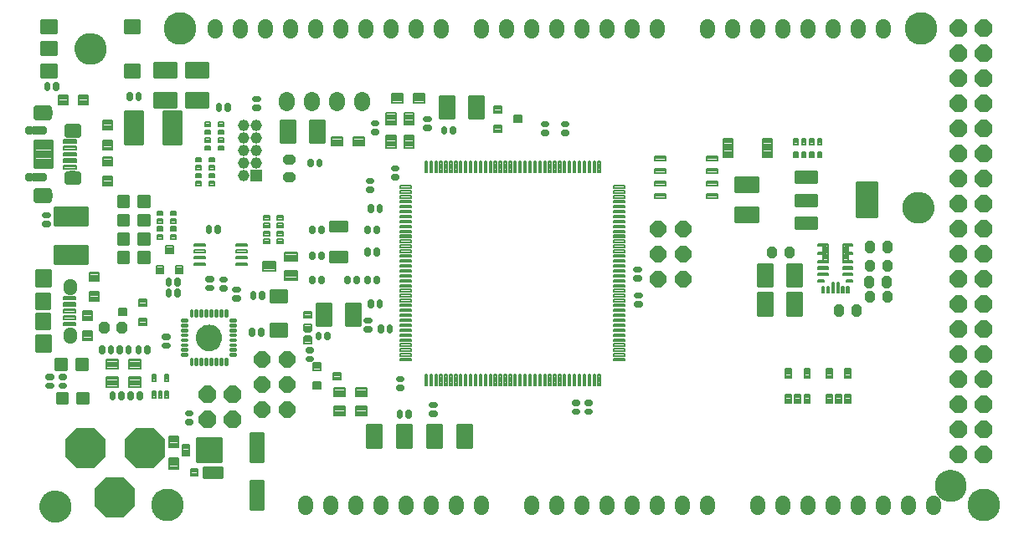
<source format=gts>
G04 EAGLE Gerber RS-274X export*
G75*
%MOMM*%
%FSLAX34Y34*%
%LPD*%
%INTop Solder Mask*%
%IPPOS*%
%AMOC8*
5,1,8,0,0,1.08239X$1,22.5*%
G01*
%ADD10C,3.301600*%
%ADD11P,1.787675X8X292.500000*%
%ADD12C,1.524000*%
%ADD13C,0.240253*%
%ADD14C,0.221272*%
%ADD15P,4.439531X8X202.500000*%
%ADD16P,4.439531X8X112.500000*%
%ADD17C,2.051600*%
%ADD18C,2.184400*%
%ADD19C,1.117600*%
%ADD20C,0.300237*%
%ADD21C,0.204469*%
%ADD22C,0.560831*%
%ADD23C,0.204544*%
%ADD24C,0.315334*%
%ADD25P,1.924489X8X292.500000*%
%ADD26C,0.204816*%
%ADD27C,0.216288*%
%ADD28C,0.224534*%
%ADD29C,0.322222*%
%ADD30C,0.198288*%
%ADD31C,0.820000*%
%ADD32C,0.207288*%
%ADD33C,0.208416*%
%ADD34C,0.255238*%
%ADD35C,0.201166*%
%ADD36C,0.200637*%
%ADD37C,1.358800*%
%ADD38C,0.294222*%
%ADD39C,1.371600*%
%ADD40C,0.616703*%
%ADD41C,0.544544*%
%ADD42C,0.951600*%
%ADD43C,0.324359*%
%ADD44P,1.787675X8X112.500000*%
%ADD45P,1.924489X8X202.500000*%
%ADD46C,0.343406*%
%ADD47C,0.198625*%
%ADD48C,0.207366*%
%ADD49R,1.158800X1.158800*%
%ADD50C,1.158800*%
%ADD51C,0.127000*%
%ADD52C,0.203463*%
%ADD53C,0.203200*%
%ADD54C,0.438150*%
%ADD55C,1.110994*%
%ADD56C,0.260094*%
%ADD57C,1.601600*%
%ADD58C,0.205816*%

G36*
X184125Y181933D02*
X184125Y181933D01*
X184168Y181945D01*
X184234Y181952D01*
X186372Y182525D01*
X186412Y182544D01*
X186476Y182563D01*
X188482Y183499D01*
X188519Y183524D01*
X188578Y183554D01*
X190391Y184824D01*
X190423Y184855D01*
X190476Y184895D01*
X192041Y186460D01*
X192067Y186497D01*
X192112Y186545D01*
X193382Y188358D01*
X193395Y188387D01*
X193413Y188408D01*
X193419Y188426D01*
X193437Y188454D01*
X194373Y190460D01*
X194384Y190503D01*
X194411Y190564D01*
X194984Y192703D01*
X194987Y192747D01*
X195003Y192811D01*
X195196Y195017D01*
X195192Y195061D01*
X195196Y195127D01*
X195003Y197333D01*
X194991Y197376D01*
X194984Y197442D01*
X194411Y199580D01*
X194392Y199620D01*
X194373Y199684D01*
X193437Y201690D01*
X193417Y201719D01*
X193409Y201738D01*
X193402Y201746D01*
X193382Y201786D01*
X192112Y203599D01*
X192081Y203631D01*
X192041Y203684D01*
X190476Y205249D01*
X190439Y205275D01*
X190391Y205320D01*
X188578Y206590D01*
X188537Y206609D01*
X188482Y206645D01*
X186476Y207581D01*
X186433Y207592D01*
X186372Y207619D01*
X184234Y208192D01*
X184189Y208195D01*
X184125Y208211D01*
X181919Y208404D01*
X181875Y208400D01*
X181809Y208404D01*
X179603Y208211D01*
X179560Y208199D01*
X179495Y208192D01*
X177356Y207619D01*
X177316Y207600D01*
X177252Y207581D01*
X175246Y206645D01*
X175209Y206620D01*
X175150Y206590D01*
X173337Y205320D01*
X173305Y205289D01*
X173252Y205249D01*
X171687Y203684D01*
X171661Y203647D01*
X171616Y203599D01*
X170346Y201786D01*
X170327Y201745D01*
X170308Y201716D01*
X170300Y201706D01*
X170298Y201701D01*
X170291Y201690D01*
X169355Y199684D01*
X169344Y199641D01*
X169317Y199580D01*
X168744Y197442D01*
X168741Y197397D01*
X168725Y197333D01*
X168532Y195127D01*
X168536Y195083D01*
X168532Y195017D01*
X168725Y192811D01*
X168737Y192768D01*
X168744Y192703D01*
X169317Y190564D01*
X169336Y190524D01*
X169355Y190460D01*
X170291Y188454D01*
X170316Y188417D01*
X170323Y188405D01*
X170334Y188376D01*
X170340Y188370D01*
X170346Y188358D01*
X171616Y186545D01*
X171647Y186513D01*
X171687Y186460D01*
X173252Y184895D01*
X173289Y184869D01*
X173337Y184824D01*
X175150Y183554D01*
X175191Y183535D01*
X175246Y183499D01*
X177252Y182563D01*
X177295Y182552D01*
X177356Y182525D01*
X179495Y181952D01*
X179539Y181949D01*
X179603Y181933D01*
X181809Y181740D01*
X181853Y181744D01*
X181919Y181740D01*
X184125Y181933D01*
G37*
D10*
X965200Y25400D03*
X152400Y508000D03*
X901700Y508000D03*
X139700Y25400D03*
D11*
X636270Y304800D03*
X661670Y304800D03*
X636270Y279400D03*
X661670Y279400D03*
X636270Y254000D03*
X661670Y254000D03*
D12*
X635000Y506222D02*
X635000Y509778D01*
X609600Y509778D02*
X609600Y506222D01*
X584200Y506222D02*
X584200Y509778D01*
X558800Y509778D02*
X558800Y506222D01*
X533400Y506222D02*
X533400Y509778D01*
X508000Y509778D02*
X508000Y506222D01*
X482600Y506222D02*
X482600Y509778D01*
X457200Y509778D02*
X457200Y506222D01*
X416560Y506222D02*
X416560Y509778D01*
X391160Y509778D02*
X391160Y506222D01*
X365760Y506222D02*
X365760Y509778D01*
X340360Y509778D02*
X340360Y506222D01*
X314960Y506222D02*
X314960Y509778D01*
X289560Y509778D02*
X289560Y506222D01*
X264160Y506222D02*
X264160Y509778D01*
X238760Y509778D02*
X238760Y506222D01*
X213360Y506222D02*
X213360Y509778D01*
X187960Y509778D02*
X187960Y506222D01*
D13*
X224071Y50251D02*
X224071Y21637D01*
X224071Y50251D02*
X236685Y50251D01*
X236685Y21637D01*
X224071Y21637D01*
X224071Y23920D02*
X236685Y23920D01*
X236685Y26203D02*
X224071Y26203D01*
X224071Y28486D02*
X236685Y28486D01*
X236685Y30769D02*
X224071Y30769D01*
X224071Y33052D02*
X236685Y33052D01*
X236685Y35335D02*
X224071Y35335D01*
X224071Y37618D02*
X236685Y37618D01*
X236685Y39901D02*
X224071Y39901D01*
X224071Y42184D02*
X236685Y42184D01*
X236685Y44467D02*
X224071Y44467D01*
X224071Y46750D02*
X236685Y46750D01*
X236685Y49033D02*
X224071Y49033D01*
X224071Y69637D02*
X224071Y98251D01*
X236685Y98251D01*
X236685Y69637D01*
X224071Y69637D01*
X224071Y71920D02*
X236685Y71920D01*
X236685Y74203D02*
X224071Y74203D01*
X224071Y76486D02*
X236685Y76486D01*
X236685Y78769D02*
X224071Y78769D01*
X224071Y81052D02*
X236685Y81052D01*
X236685Y83335D02*
X224071Y83335D01*
X224071Y85618D02*
X236685Y85618D01*
X236685Y87901D02*
X224071Y87901D01*
X224071Y90184D02*
X236685Y90184D01*
X236685Y92467D02*
X224071Y92467D01*
X224071Y94750D02*
X236685Y94750D01*
X236685Y97033D02*
X224071Y97033D01*
D14*
X121312Y271458D02*
X121312Y282262D01*
X121312Y271458D02*
X110508Y271458D01*
X110508Y282262D01*
X121312Y282262D01*
X121312Y273560D02*
X110508Y273560D01*
X110508Y275662D02*
X121312Y275662D01*
X121312Y277764D02*
X110508Y277764D01*
X110508Y279866D02*
X121312Y279866D01*
X121312Y281968D02*
X110508Y281968D01*
X100312Y282262D02*
X100312Y271458D01*
X89508Y271458D01*
X89508Y282262D01*
X100312Y282262D01*
X100312Y273560D02*
X89508Y273560D01*
X89508Y275662D02*
X100312Y275662D01*
X100312Y277764D02*
X89508Y277764D01*
X89508Y279866D02*
X100312Y279866D01*
X100312Y281968D02*
X89508Y281968D01*
D15*
X86868Y33020D03*
D16*
X116840Y83058D03*
X56896Y83058D03*
D17*
X94488Y33020D03*
X79248Y33020D03*
X56896Y75438D03*
X56896Y90678D03*
X116840Y75438D03*
X116840Y90678D03*
D18*
X894160Y326804D02*
X894162Y326945D01*
X894168Y327086D01*
X894178Y327226D01*
X894192Y327366D01*
X894210Y327506D01*
X894231Y327645D01*
X894257Y327784D01*
X894286Y327922D01*
X894320Y328058D01*
X894357Y328194D01*
X894398Y328329D01*
X894443Y328463D01*
X894492Y328595D01*
X894544Y328726D01*
X894600Y328855D01*
X894660Y328982D01*
X894723Y329108D01*
X894789Y329232D01*
X894860Y329355D01*
X894933Y329475D01*
X895010Y329593D01*
X895090Y329709D01*
X895174Y329822D01*
X895260Y329933D01*
X895350Y330042D01*
X895443Y330148D01*
X895538Y330251D01*
X895637Y330352D01*
X895738Y330450D01*
X895842Y330545D01*
X895949Y330637D01*
X896058Y330726D01*
X896170Y330811D01*
X896284Y330894D01*
X896400Y330974D01*
X896519Y331050D01*
X896640Y331122D01*
X896762Y331192D01*
X896887Y331257D01*
X897013Y331320D01*
X897141Y331378D01*
X897271Y331433D01*
X897402Y331485D01*
X897535Y331532D01*
X897669Y331576D01*
X897804Y331617D01*
X897940Y331653D01*
X898077Y331685D01*
X898215Y331714D01*
X898353Y331739D01*
X898493Y331759D01*
X898633Y331776D01*
X898773Y331789D01*
X898914Y331798D01*
X899054Y331803D01*
X899195Y331804D01*
X899336Y331801D01*
X899477Y331794D01*
X899617Y331783D01*
X899757Y331768D01*
X899897Y331749D01*
X900036Y331727D01*
X900174Y331700D01*
X900312Y331670D01*
X900448Y331635D01*
X900584Y331597D01*
X900718Y331555D01*
X900852Y331509D01*
X900984Y331460D01*
X901114Y331406D01*
X901243Y331349D01*
X901370Y331289D01*
X901496Y331225D01*
X901619Y331157D01*
X901741Y331086D01*
X901861Y331012D01*
X901978Y330934D01*
X902093Y330853D01*
X902206Y330769D01*
X902317Y330682D01*
X902425Y330591D01*
X902530Y330498D01*
X902633Y330401D01*
X902733Y330302D01*
X902830Y330200D01*
X902924Y330095D01*
X903015Y329988D01*
X903103Y329878D01*
X903188Y329766D01*
X903270Y329651D01*
X903349Y329534D01*
X903424Y329415D01*
X903496Y329294D01*
X903564Y329171D01*
X903629Y329046D01*
X903691Y328919D01*
X903748Y328790D01*
X903803Y328660D01*
X903853Y328529D01*
X903900Y328396D01*
X903943Y328262D01*
X903982Y328126D01*
X904017Y327990D01*
X904049Y327853D01*
X904076Y327715D01*
X904100Y327576D01*
X904120Y327436D01*
X904136Y327296D01*
X904148Y327156D01*
X904156Y327015D01*
X904160Y326874D01*
X904160Y326734D01*
X904156Y326593D01*
X904148Y326452D01*
X904136Y326312D01*
X904120Y326172D01*
X904100Y326032D01*
X904076Y325893D01*
X904049Y325755D01*
X904017Y325618D01*
X903982Y325482D01*
X903943Y325346D01*
X903900Y325212D01*
X903853Y325079D01*
X903803Y324948D01*
X903748Y324818D01*
X903691Y324689D01*
X903629Y324562D01*
X903564Y324437D01*
X903496Y324314D01*
X903424Y324193D01*
X903349Y324074D01*
X903270Y323957D01*
X903188Y323842D01*
X903103Y323730D01*
X903015Y323620D01*
X902924Y323513D01*
X902830Y323408D01*
X902733Y323306D01*
X902633Y323207D01*
X902530Y323110D01*
X902425Y323017D01*
X902317Y322926D01*
X902206Y322839D01*
X902093Y322755D01*
X901978Y322674D01*
X901861Y322596D01*
X901741Y322522D01*
X901619Y322451D01*
X901496Y322383D01*
X901370Y322319D01*
X901243Y322259D01*
X901114Y322202D01*
X900984Y322148D01*
X900852Y322099D01*
X900718Y322053D01*
X900584Y322011D01*
X900448Y321973D01*
X900312Y321938D01*
X900174Y321908D01*
X900036Y321881D01*
X899897Y321859D01*
X899757Y321840D01*
X899617Y321825D01*
X899477Y321814D01*
X899336Y321807D01*
X899195Y321804D01*
X899054Y321805D01*
X898914Y321810D01*
X898773Y321819D01*
X898633Y321832D01*
X898493Y321849D01*
X898353Y321869D01*
X898215Y321894D01*
X898077Y321923D01*
X897940Y321955D01*
X897804Y321991D01*
X897669Y322032D01*
X897535Y322076D01*
X897402Y322123D01*
X897271Y322175D01*
X897141Y322230D01*
X897013Y322288D01*
X896887Y322351D01*
X896762Y322416D01*
X896640Y322486D01*
X896519Y322558D01*
X896400Y322634D01*
X896284Y322714D01*
X896170Y322797D01*
X896058Y322882D01*
X895949Y322971D01*
X895842Y323063D01*
X895738Y323158D01*
X895637Y323256D01*
X895538Y323357D01*
X895443Y323460D01*
X895350Y323566D01*
X895260Y323675D01*
X895174Y323786D01*
X895090Y323899D01*
X895010Y324015D01*
X894933Y324133D01*
X894860Y324253D01*
X894789Y324376D01*
X894723Y324500D01*
X894660Y324626D01*
X894600Y324753D01*
X894544Y324882D01*
X894492Y325013D01*
X894443Y325145D01*
X894398Y325279D01*
X894357Y325414D01*
X894320Y325550D01*
X894286Y325686D01*
X894257Y325824D01*
X894231Y325963D01*
X894210Y326102D01*
X894192Y326242D01*
X894178Y326382D01*
X894168Y326522D01*
X894162Y326663D01*
X894160Y326804D01*
D19*
X899160Y326804D03*
D18*
X21670Y24130D02*
X21672Y24271D01*
X21678Y24412D01*
X21688Y24552D01*
X21702Y24692D01*
X21720Y24832D01*
X21741Y24971D01*
X21767Y25110D01*
X21796Y25248D01*
X21830Y25384D01*
X21867Y25520D01*
X21908Y25655D01*
X21953Y25789D01*
X22002Y25921D01*
X22054Y26052D01*
X22110Y26181D01*
X22170Y26308D01*
X22233Y26434D01*
X22299Y26558D01*
X22370Y26681D01*
X22443Y26801D01*
X22520Y26919D01*
X22600Y27035D01*
X22684Y27148D01*
X22770Y27259D01*
X22860Y27368D01*
X22953Y27474D01*
X23048Y27577D01*
X23147Y27678D01*
X23248Y27776D01*
X23352Y27871D01*
X23459Y27963D01*
X23568Y28052D01*
X23680Y28137D01*
X23794Y28220D01*
X23910Y28300D01*
X24029Y28376D01*
X24150Y28448D01*
X24272Y28518D01*
X24397Y28583D01*
X24523Y28646D01*
X24651Y28704D01*
X24781Y28759D01*
X24912Y28811D01*
X25045Y28858D01*
X25179Y28902D01*
X25314Y28943D01*
X25450Y28979D01*
X25587Y29011D01*
X25725Y29040D01*
X25863Y29065D01*
X26003Y29085D01*
X26143Y29102D01*
X26283Y29115D01*
X26424Y29124D01*
X26564Y29129D01*
X26705Y29130D01*
X26846Y29127D01*
X26987Y29120D01*
X27127Y29109D01*
X27267Y29094D01*
X27407Y29075D01*
X27546Y29053D01*
X27684Y29026D01*
X27822Y28996D01*
X27958Y28961D01*
X28094Y28923D01*
X28228Y28881D01*
X28362Y28835D01*
X28494Y28786D01*
X28624Y28732D01*
X28753Y28675D01*
X28880Y28615D01*
X29006Y28551D01*
X29129Y28483D01*
X29251Y28412D01*
X29371Y28338D01*
X29488Y28260D01*
X29603Y28179D01*
X29716Y28095D01*
X29827Y28008D01*
X29935Y27917D01*
X30040Y27824D01*
X30143Y27727D01*
X30243Y27628D01*
X30340Y27526D01*
X30434Y27421D01*
X30525Y27314D01*
X30613Y27204D01*
X30698Y27092D01*
X30780Y26977D01*
X30859Y26860D01*
X30934Y26741D01*
X31006Y26620D01*
X31074Y26497D01*
X31139Y26372D01*
X31201Y26245D01*
X31258Y26116D01*
X31313Y25986D01*
X31363Y25855D01*
X31410Y25722D01*
X31453Y25588D01*
X31492Y25452D01*
X31527Y25316D01*
X31559Y25179D01*
X31586Y25041D01*
X31610Y24902D01*
X31630Y24762D01*
X31646Y24622D01*
X31658Y24482D01*
X31666Y24341D01*
X31670Y24200D01*
X31670Y24060D01*
X31666Y23919D01*
X31658Y23778D01*
X31646Y23638D01*
X31630Y23498D01*
X31610Y23358D01*
X31586Y23219D01*
X31559Y23081D01*
X31527Y22944D01*
X31492Y22808D01*
X31453Y22672D01*
X31410Y22538D01*
X31363Y22405D01*
X31313Y22274D01*
X31258Y22144D01*
X31201Y22015D01*
X31139Y21888D01*
X31074Y21763D01*
X31006Y21640D01*
X30934Y21519D01*
X30859Y21400D01*
X30780Y21283D01*
X30698Y21168D01*
X30613Y21056D01*
X30525Y20946D01*
X30434Y20839D01*
X30340Y20734D01*
X30243Y20632D01*
X30143Y20533D01*
X30040Y20436D01*
X29935Y20343D01*
X29827Y20252D01*
X29716Y20165D01*
X29603Y20081D01*
X29488Y20000D01*
X29371Y19922D01*
X29251Y19848D01*
X29129Y19777D01*
X29006Y19709D01*
X28880Y19645D01*
X28753Y19585D01*
X28624Y19528D01*
X28494Y19474D01*
X28362Y19425D01*
X28228Y19379D01*
X28094Y19337D01*
X27958Y19299D01*
X27822Y19264D01*
X27684Y19234D01*
X27546Y19207D01*
X27407Y19185D01*
X27267Y19166D01*
X27127Y19151D01*
X26987Y19140D01*
X26846Y19133D01*
X26705Y19130D01*
X26564Y19131D01*
X26424Y19136D01*
X26283Y19145D01*
X26143Y19158D01*
X26003Y19175D01*
X25863Y19195D01*
X25725Y19220D01*
X25587Y19249D01*
X25450Y19281D01*
X25314Y19317D01*
X25179Y19358D01*
X25045Y19402D01*
X24912Y19449D01*
X24781Y19501D01*
X24651Y19556D01*
X24523Y19614D01*
X24397Y19677D01*
X24272Y19742D01*
X24150Y19812D01*
X24029Y19884D01*
X23910Y19960D01*
X23794Y20040D01*
X23680Y20123D01*
X23568Y20208D01*
X23459Y20297D01*
X23352Y20389D01*
X23248Y20484D01*
X23147Y20582D01*
X23048Y20683D01*
X22953Y20786D01*
X22860Y20892D01*
X22770Y21001D01*
X22684Y21112D01*
X22600Y21225D01*
X22520Y21341D01*
X22443Y21459D01*
X22370Y21579D01*
X22299Y21702D01*
X22233Y21826D01*
X22170Y21952D01*
X22110Y22079D01*
X22054Y22208D01*
X22002Y22339D01*
X21953Y22471D01*
X21908Y22605D01*
X21867Y22740D01*
X21830Y22876D01*
X21796Y23012D01*
X21767Y23150D01*
X21741Y23289D01*
X21720Y23428D01*
X21702Y23568D01*
X21688Y23708D01*
X21678Y23848D01*
X21672Y23989D01*
X21670Y24130D01*
D19*
X26670Y24130D03*
D18*
X57230Y487680D02*
X57232Y487821D01*
X57238Y487962D01*
X57248Y488102D01*
X57262Y488242D01*
X57280Y488382D01*
X57301Y488521D01*
X57327Y488660D01*
X57356Y488798D01*
X57390Y488934D01*
X57427Y489070D01*
X57468Y489205D01*
X57513Y489339D01*
X57562Y489471D01*
X57614Y489602D01*
X57670Y489731D01*
X57730Y489858D01*
X57793Y489984D01*
X57859Y490108D01*
X57930Y490231D01*
X58003Y490351D01*
X58080Y490469D01*
X58160Y490585D01*
X58244Y490698D01*
X58330Y490809D01*
X58420Y490918D01*
X58513Y491024D01*
X58608Y491127D01*
X58707Y491228D01*
X58808Y491326D01*
X58912Y491421D01*
X59019Y491513D01*
X59128Y491602D01*
X59240Y491687D01*
X59354Y491770D01*
X59470Y491850D01*
X59589Y491926D01*
X59710Y491998D01*
X59832Y492068D01*
X59957Y492133D01*
X60083Y492196D01*
X60211Y492254D01*
X60341Y492309D01*
X60472Y492361D01*
X60605Y492408D01*
X60739Y492452D01*
X60874Y492493D01*
X61010Y492529D01*
X61147Y492561D01*
X61285Y492590D01*
X61423Y492615D01*
X61563Y492635D01*
X61703Y492652D01*
X61843Y492665D01*
X61984Y492674D01*
X62124Y492679D01*
X62265Y492680D01*
X62406Y492677D01*
X62547Y492670D01*
X62687Y492659D01*
X62827Y492644D01*
X62967Y492625D01*
X63106Y492603D01*
X63244Y492576D01*
X63382Y492546D01*
X63518Y492511D01*
X63654Y492473D01*
X63788Y492431D01*
X63922Y492385D01*
X64054Y492336D01*
X64184Y492282D01*
X64313Y492225D01*
X64440Y492165D01*
X64566Y492101D01*
X64689Y492033D01*
X64811Y491962D01*
X64931Y491888D01*
X65048Y491810D01*
X65163Y491729D01*
X65276Y491645D01*
X65387Y491558D01*
X65495Y491467D01*
X65600Y491374D01*
X65703Y491277D01*
X65803Y491178D01*
X65900Y491076D01*
X65994Y490971D01*
X66085Y490864D01*
X66173Y490754D01*
X66258Y490642D01*
X66340Y490527D01*
X66419Y490410D01*
X66494Y490291D01*
X66566Y490170D01*
X66634Y490047D01*
X66699Y489922D01*
X66761Y489795D01*
X66818Y489666D01*
X66873Y489536D01*
X66923Y489405D01*
X66970Y489272D01*
X67013Y489138D01*
X67052Y489002D01*
X67087Y488866D01*
X67119Y488729D01*
X67146Y488591D01*
X67170Y488452D01*
X67190Y488312D01*
X67206Y488172D01*
X67218Y488032D01*
X67226Y487891D01*
X67230Y487750D01*
X67230Y487610D01*
X67226Y487469D01*
X67218Y487328D01*
X67206Y487188D01*
X67190Y487048D01*
X67170Y486908D01*
X67146Y486769D01*
X67119Y486631D01*
X67087Y486494D01*
X67052Y486358D01*
X67013Y486222D01*
X66970Y486088D01*
X66923Y485955D01*
X66873Y485824D01*
X66818Y485694D01*
X66761Y485565D01*
X66699Y485438D01*
X66634Y485313D01*
X66566Y485190D01*
X66494Y485069D01*
X66419Y484950D01*
X66340Y484833D01*
X66258Y484718D01*
X66173Y484606D01*
X66085Y484496D01*
X65994Y484389D01*
X65900Y484284D01*
X65803Y484182D01*
X65703Y484083D01*
X65600Y483986D01*
X65495Y483893D01*
X65387Y483802D01*
X65276Y483715D01*
X65163Y483631D01*
X65048Y483550D01*
X64931Y483472D01*
X64811Y483398D01*
X64689Y483327D01*
X64566Y483259D01*
X64440Y483195D01*
X64313Y483135D01*
X64184Y483078D01*
X64054Y483024D01*
X63922Y482975D01*
X63788Y482929D01*
X63654Y482887D01*
X63518Y482849D01*
X63382Y482814D01*
X63244Y482784D01*
X63106Y482757D01*
X62967Y482735D01*
X62827Y482716D01*
X62687Y482701D01*
X62547Y482690D01*
X62406Y482683D01*
X62265Y482680D01*
X62124Y482681D01*
X61984Y482686D01*
X61843Y482695D01*
X61703Y482708D01*
X61563Y482725D01*
X61423Y482745D01*
X61285Y482770D01*
X61147Y482799D01*
X61010Y482831D01*
X60874Y482867D01*
X60739Y482908D01*
X60605Y482952D01*
X60472Y482999D01*
X60341Y483051D01*
X60211Y483106D01*
X60083Y483164D01*
X59957Y483227D01*
X59832Y483292D01*
X59710Y483362D01*
X59589Y483434D01*
X59470Y483510D01*
X59354Y483590D01*
X59240Y483673D01*
X59128Y483758D01*
X59019Y483847D01*
X58912Y483939D01*
X58808Y484034D01*
X58707Y484132D01*
X58608Y484233D01*
X58513Y484336D01*
X58420Y484442D01*
X58330Y484551D01*
X58244Y484662D01*
X58160Y484775D01*
X58080Y484891D01*
X58003Y485009D01*
X57930Y485129D01*
X57859Y485252D01*
X57793Y485376D01*
X57730Y485502D01*
X57670Y485629D01*
X57614Y485758D01*
X57562Y485889D01*
X57513Y486021D01*
X57468Y486155D01*
X57427Y486290D01*
X57390Y486426D01*
X57356Y486562D01*
X57327Y486700D01*
X57301Y486839D01*
X57280Y486978D01*
X57262Y487118D01*
X57248Y487258D01*
X57238Y487398D01*
X57232Y487539D01*
X57230Y487680D01*
D19*
X62230Y487680D03*
D12*
X279400Y27178D02*
X279400Y23622D01*
X304800Y23622D02*
X304800Y27178D01*
X330200Y27178D02*
X330200Y23622D01*
X355600Y23622D02*
X355600Y27178D01*
X381000Y27178D02*
X381000Y23622D01*
X406400Y23622D02*
X406400Y27178D01*
X431800Y27178D02*
X431800Y23622D01*
X457200Y23622D02*
X457200Y27178D01*
X508000Y27178D02*
X508000Y23622D01*
X533400Y23622D02*
X533400Y27178D01*
X558800Y27178D02*
X558800Y23622D01*
X584200Y23622D02*
X584200Y27178D01*
X609600Y27178D02*
X609600Y23622D01*
X635000Y23622D02*
X635000Y27178D01*
X660400Y27178D02*
X660400Y23622D01*
X685800Y23622D02*
X685800Y27178D01*
X685800Y506222D02*
X685800Y509778D01*
X711200Y509778D02*
X711200Y506222D01*
X736600Y506222D02*
X736600Y509778D01*
X762000Y509778D02*
X762000Y506222D01*
X787400Y506222D02*
X787400Y509778D01*
X812800Y509778D02*
X812800Y506222D01*
X838200Y506222D02*
X838200Y509778D01*
X863600Y509778D02*
X863600Y506222D01*
X736600Y27178D02*
X736600Y23622D01*
X762000Y23622D02*
X762000Y27178D01*
X787400Y27178D02*
X787400Y23622D01*
X812800Y23622D02*
X812800Y27178D01*
X838200Y27178D02*
X838200Y23622D01*
X863600Y23622D02*
X863600Y27178D01*
X889000Y27178D02*
X889000Y23622D01*
X914400Y23622D02*
X914400Y27178D01*
D14*
X121312Y327846D02*
X121312Y338650D01*
X121312Y327846D02*
X110508Y327846D01*
X110508Y338650D01*
X121312Y338650D01*
X121312Y329948D02*
X110508Y329948D01*
X110508Y332050D02*
X121312Y332050D01*
X121312Y334152D02*
X110508Y334152D01*
X110508Y336254D02*
X121312Y336254D01*
X121312Y338356D02*
X110508Y338356D01*
X100312Y338650D02*
X100312Y327846D01*
X89508Y327846D01*
X89508Y338650D01*
X100312Y338650D01*
X100312Y329948D02*
X89508Y329948D01*
X89508Y332050D02*
X100312Y332050D01*
X100312Y334152D02*
X89508Y334152D01*
X89508Y336254D02*
X100312Y336254D01*
X100312Y338356D02*
X89508Y338356D01*
X121312Y319854D02*
X121312Y309050D01*
X110508Y309050D01*
X110508Y319854D01*
X121312Y319854D01*
X121312Y311152D02*
X110508Y311152D01*
X110508Y313254D02*
X121312Y313254D01*
X121312Y315356D02*
X110508Y315356D01*
X110508Y317458D02*
X121312Y317458D01*
X121312Y319560D02*
X110508Y319560D01*
X100312Y319854D02*
X100312Y309050D01*
X89508Y309050D01*
X89508Y319854D01*
X100312Y319854D01*
X100312Y311152D02*
X89508Y311152D01*
X89508Y313254D02*
X100312Y313254D01*
X100312Y315356D02*
X89508Y315356D01*
X89508Y317458D02*
X100312Y317458D01*
X100312Y319560D02*
X89508Y319560D01*
D20*
X136469Y423931D02*
X153483Y423931D01*
X153483Y391917D01*
X136469Y391917D01*
X136469Y423931D01*
X136469Y394769D02*
X153483Y394769D01*
X153483Y397621D02*
X136469Y397621D01*
X136469Y400473D02*
X153483Y400473D01*
X153483Y403325D02*
X136469Y403325D01*
X136469Y406177D02*
X153483Y406177D01*
X153483Y409029D02*
X136469Y409029D01*
X136469Y411881D02*
X153483Y411881D01*
X153483Y414733D02*
X136469Y414733D01*
X136469Y417585D02*
X153483Y417585D01*
X153483Y420437D02*
X136469Y420437D01*
X136469Y423289D02*
X153483Y423289D01*
X114483Y423931D02*
X97469Y423931D01*
X114483Y423931D02*
X114483Y391917D01*
X97469Y391917D01*
X97469Y423931D01*
X97469Y394769D02*
X114483Y394769D01*
X114483Y397621D02*
X97469Y397621D01*
X97469Y400473D02*
X114483Y400473D01*
X114483Y403325D02*
X97469Y403325D01*
X97469Y406177D02*
X114483Y406177D01*
X114483Y409029D02*
X97469Y409029D01*
X97469Y411881D02*
X114483Y411881D01*
X114483Y414733D02*
X97469Y414733D01*
X97469Y417585D02*
X114483Y417585D01*
X114483Y420437D02*
X97469Y420437D01*
X97469Y423289D02*
X114483Y423289D01*
D14*
X121312Y301058D02*
X121312Y290254D01*
X110508Y290254D01*
X110508Y301058D01*
X121312Y301058D01*
X121312Y292356D02*
X110508Y292356D01*
X110508Y294458D02*
X121312Y294458D01*
X121312Y296560D02*
X110508Y296560D01*
X110508Y298662D02*
X121312Y298662D01*
X121312Y300764D02*
X110508Y300764D01*
X100312Y301058D02*
X100312Y290254D01*
X89508Y290254D01*
X89508Y301058D01*
X100312Y301058D01*
X100312Y292356D02*
X89508Y292356D01*
X89508Y294458D02*
X100312Y294458D01*
X100312Y296560D02*
X89508Y296560D01*
X89508Y298662D02*
X100312Y298662D01*
X100312Y300764D02*
X89508Y300764D01*
D21*
X138563Y288157D02*
X145409Y288157D01*
X145409Y280295D01*
X138563Y280295D01*
X138563Y288157D01*
X138563Y282238D02*
X145409Y282238D01*
X145409Y284181D02*
X138563Y284181D01*
X138563Y286124D02*
X145409Y286124D01*
X145409Y288067D02*
X138563Y288067D01*
X148215Y267837D02*
X155061Y267837D01*
X155061Y259975D01*
X148215Y259975D01*
X148215Y267837D01*
X148215Y261918D02*
X155061Y261918D01*
X155061Y263861D02*
X148215Y263861D01*
X148215Y265804D02*
X155061Y265804D01*
X155061Y267747D02*
X148215Y267747D01*
X135757Y267837D02*
X128911Y267837D01*
X135757Y267837D02*
X135757Y259975D01*
X128911Y259975D01*
X128911Y267837D01*
X128911Y261918D02*
X135757Y261918D01*
X135757Y263861D02*
X128911Y263861D01*
X128911Y265804D02*
X135757Y265804D01*
X135757Y267747D02*
X128911Y267747D01*
D22*
X189875Y306568D02*
X190363Y306568D01*
X190363Y303540D01*
X189875Y303540D01*
X189875Y306568D01*
X181473Y306568D02*
X180985Y306568D01*
X181473Y306568D02*
X181473Y303540D01*
X180985Y303540D01*
X180985Y306568D01*
X183632Y245989D02*
X183632Y245501D01*
X180604Y245501D01*
X180604Y245989D01*
X183632Y245989D01*
X183632Y254391D02*
X183632Y254879D01*
X183632Y254391D02*
X180604Y254391D01*
X180604Y254879D01*
X183632Y254879D01*
D23*
X237402Y314814D02*
X237402Y318786D01*
X242874Y318786D01*
X242874Y314814D01*
X237402Y314814D01*
X237402Y316757D02*
X242874Y316757D01*
X242874Y318700D02*
X237402Y318700D01*
X237402Y310786D02*
X237402Y306814D01*
X237402Y310786D02*
X242874Y310786D01*
X242874Y306814D01*
X237402Y306814D01*
X237402Y308757D02*
X242874Y308757D01*
X242874Y310700D02*
X237402Y310700D01*
X237402Y302786D02*
X237402Y298814D01*
X237402Y302786D02*
X242874Y302786D01*
X242874Y298814D01*
X237402Y298814D01*
X237402Y300757D02*
X242874Y300757D01*
X242874Y302700D02*
X237402Y302700D01*
X237402Y294786D02*
X237402Y290814D01*
X237402Y294786D02*
X242874Y294786D01*
X242874Y290814D01*
X237402Y290814D01*
X237402Y292757D02*
X242874Y292757D01*
X242874Y294700D02*
X237402Y294700D01*
X250902Y294786D02*
X250902Y290814D01*
X250902Y294786D02*
X256374Y294786D01*
X256374Y290814D01*
X250902Y290814D01*
X250902Y292757D02*
X256374Y292757D01*
X256374Y294700D02*
X250902Y294700D01*
X250902Y298814D02*
X250902Y302786D01*
X256374Y302786D01*
X256374Y298814D01*
X250902Y298814D01*
X250902Y300757D02*
X256374Y300757D01*
X256374Y302700D02*
X250902Y302700D01*
X250902Y306814D02*
X250902Y310786D01*
X256374Y310786D01*
X256374Y306814D01*
X250902Y306814D01*
X250902Y308757D02*
X256374Y308757D01*
X256374Y310700D02*
X250902Y310700D01*
X250902Y314814D02*
X250902Y318786D01*
X256374Y318786D01*
X256374Y314814D01*
X250902Y314814D01*
X250902Y316757D02*
X256374Y316757D01*
X256374Y318700D02*
X250902Y318700D01*
X129452Y319386D02*
X129452Y323358D01*
X134924Y323358D01*
X134924Y319386D01*
X129452Y319386D01*
X129452Y321329D02*
X134924Y321329D01*
X134924Y323272D02*
X129452Y323272D01*
X129452Y315358D02*
X129452Y311386D01*
X129452Y315358D02*
X134924Y315358D01*
X134924Y311386D01*
X129452Y311386D01*
X129452Y313329D02*
X134924Y313329D01*
X134924Y315272D02*
X129452Y315272D01*
X129452Y307358D02*
X129452Y303386D01*
X129452Y307358D02*
X134924Y307358D01*
X134924Y303386D01*
X129452Y303386D01*
X129452Y305329D02*
X134924Y305329D01*
X134924Y307272D02*
X129452Y307272D01*
X129452Y299358D02*
X129452Y295386D01*
X129452Y299358D02*
X134924Y299358D01*
X134924Y295386D01*
X129452Y295386D01*
X129452Y297329D02*
X134924Y297329D01*
X134924Y299272D02*
X129452Y299272D01*
X142952Y299358D02*
X142952Y295386D01*
X142952Y299358D02*
X148424Y299358D01*
X148424Y295386D01*
X142952Y295386D01*
X142952Y297329D02*
X148424Y297329D01*
X148424Y299272D02*
X142952Y299272D01*
X142952Y303386D02*
X142952Y307358D01*
X148424Y307358D01*
X148424Y303386D01*
X142952Y303386D01*
X142952Y305329D02*
X148424Y305329D01*
X148424Y307272D02*
X142952Y307272D01*
X142952Y311386D02*
X142952Y315358D01*
X148424Y315358D01*
X148424Y311386D01*
X142952Y311386D01*
X142952Y313329D02*
X148424Y313329D01*
X148424Y315272D02*
X142952Y315272D01*
X142952Y319386D02*
X142952Y323358D01*
X148424Y323358D01*
X148424Y319386D01*
X142952Y319386D01*
X142952Y321329D02*
X148424Y321329D01*
X148424Y323272D02*
X142952Y323272D01*
D18*
X926926Y44958D02*
X926928Y45099D01*
X926934Y45240D01*
X926944Y45380D01*
X926958Y45520D01*
X926976Y45660D01*
X926997Y45799D01*
X927023Y45938D01*
X927052Y46076D01*
X927086Y46212D01*
X927123Y46348D01*
X927164Y46483D01*
X927209Y46617D01*
X927258Y46749D01*
X927310Y46880D01*
X927366Y47009D01*
X927426Y47136D01*
X927489Y47262D01*
X927555Y47386D01*
X927626Y47509D01*
X927699Y47629D01*
X927776Y47747D01*
X927856Y47863D01*
X927940Y47976D01*
X928026Y48087D01*
X928116Y48196D01*
X928209Y48302D01*
X928304Y48405D01*
X928403Y48506D01*
X928504Y48604D01*
X928608Y48699D01*
X928715Y48791D01*
X928824Y48880D01*
X928936Y48965D01*
X929050Y49048D01*
X929166Y49128D01*
X929285Y49204D01*
X929406Y49276D01*
X929528Y49346D01*
X929653Y49411D01*
X929779Y49474D01*
X929907Y49532D01*
X930037Y49587D01*
X930168Y49639D01*
X930301Y49686D01*
X930435Y49730D01*
X930570Y49771D01*
X930706Y49807D01*
X930843Y49839D01*
X930981Y49868D01*
X931119Y49893D01*
X931259Y49913D01*
X931399Y49930D01*
X931539Y49943D01*
X931680Y49952D01*
X931820Y49957D01*
X931961Y49958D01*
X932102Y49955D01*
X932243Y49948D01*
X932383Y49937D01*
X932523Y49922D01*
X932663Y49903D01*
X932802Y49881D01*
X932940Y49854D01*
X933078Y49824D01*
X933214Y49789D01*
X933350Y49751D01*
X933484Y49709D01*
X933618Y49663D01*
X933750Y49614D01*
X933880Y49560D01*
X934009Y49503D01*
X934136Y49443D01*
X934262Y49379D01*
X934385Y49311D01*
X934507Y49240D01*
X934627Y49166D01*
X934744Y49088D01*
X934859Y49007D01*
X934972Y48923D01*
X935083Y48836D01*
X935191Y48745D01*
X935296Y48652D01*
X935399Y48555D01*
X935499Y48456D01*
X935596Y48354D01*
X935690Y48249D01*
X935781Y48142D01*
X935869Y48032D01*
X935954Y47920D01*
X936036Y47805D01*
X936115Y47688D01*
X936190Y47569D01*
X936262Y47448D01*
X936330Y47325D01*
X936395Y47200D01*
X936457Y47073D01*
X936514Y46944D01*
X936569Y46814D01*
X936619Y46683D01*
X936666Y46550D01*
X936709Y46416D01*
X936748Y46280D01*
X936783Y46144D01*
X936815Y46007D01*
X936842Y45869D01*
X936866Y45730D01*
X936886Y45590D01*
X936902Y45450D01*
X936914Y45310D01*
X936922Y45169D01*
X936926Y45028D01*
X936926Y44888D01*
X936922Y44747D01*
X936914Y44606D01*
X936902Y44466D01*
X936886Y44326D01*
X936866Y44186D01*
X936842Y44047D01*
X936815Y43909D01*
X936783Y43772D01*
X936748Y43636D01*
X936709Y43500D01*
X936666Y43366D01*
X936619Y43233D01*
X936569Y43102D01*
X936514Y42972D01*
X936457Y42843D01*
X936395Y42716D01*
X936330Y42591D01*
X936262Y42468D01*
X936190Y42347D01*
X936115Y42228D01*
X936036Y42111D01*
X935954Y41996D01*
X935869Y41884D01*
X935781Y41774D01*
X935690Y41667D01*
X935596Y41562D01*
X935499Y41460D01*
X935399Y41361D01*
X935296Y41264D01*
X935191Y41171D01*
X935083Y41080D01*
X934972Y40993D01*
X934859Y40909D01*
X934744Y40828D01*
X934627Y40750D01*
X934507Y40676D01*
X934385Y40605D01*
X934262Y40537D01*
X934136Y40473D01*
X934009Y40413D01*
X933880Y40356D01*
X933750Y40302D01*
X933618Y40253D01*
X933484Y40207D01*
X933350Y40165D01*
X933214Y40127D01*
X933078Y40092D01*
X932940Y40062D01*
X932802Y40035D01*
X932663Y40013D01*
X932523Y39994D01*
X932383Y39979D01*
X932243Y39968D01*
X932102Y39961D01*
X931961Y39958D01*
X931820Y39959D01*
X931680Y39964D01*
X931539Y39973D01*
X931399Y39986D01*
X931259Y40003D01*
X931119Y40023D01*
X930981Y40048D01*
X930843Y40077D01*
X930706Y40109D01*
X930570Y40145D01*
X930435Y40186D01*
X930301Y40230D01*
X930168Y40277D01*
X930037Y40329D01*
X929907Y40384D01*
X929779Y40442D01*
X929653Y40505D01*
X929528Y40570D01*
X929406Y40640D01*
X929285Y40712D01*
X929166Y40788D01*
X929050Y40868D01*
X928936Y40951D01*
X928824Y41036D01*
X928715Y41125D01*
X928608Y41217D01*
X928504Y41312D01*
X928403Y41410D01*
X928304Y41511D01*
X928209Y41614D01*
X928116Y41720D01*
X928026Y41829D01*
X927940Y41940D01*
X927856Y42053D01*
X927776Y42169D01*
X927699Y42287D01*
X927626Y42407D01*
X927555Y42530D01*
X927489Y42654D01*
X927426Y42780D01*
X927366Y42907D01*
X927310Y43036D01*
X927258Y43167D01*
X927209Y43299D01*
X927164Y43433D01*
X927123Y43568D01*
X927086Y43704D01*
X927052Y43840D01*
X927023Y43978D01*
X926997Y44117D01*
X926976Y44256D01*
X926958Y44396D01*
X926944Y44536D01*
X926934Y44676D01*
X926928Y44817D01*
X926926Y44958D01*
D19*
X931926Y44958D03*
D24*
X27162Y504248D02*
X13298Y504248D01*
X13298Y516112D01*
X27162Y516112D01*
X27162Y504248D01*
X27162Y507243D02*
X13298Y507243D01*
X13298Y510238D02*
X27162Y510238D01*
X27162Y513233D02*
X13298Y513233D01*
X97298Y504248D02*
X111162Y504248D01*
X97298Y504248D02*
X97298Y516112D01*
X111162Y516112D01*
X111162Y504248D01*
X111162Y507243D02*
X97298Y507243D01*
X97298Y510238D02*
X111162Y510238D01*
X111162Y513233D02*
X97298Y513233D01*
X27162Y459248D02*
X13298Y459248D01*
X13298Y471112D01*
X27162Y471112D01*
X27162Y459248D01*
X27162Y462243D02*
X13298Y462243D01*
X13298Y465238D02*
X27162Y465238D01*
X27162Y468233D02*
X13298Y468233D01*
X97298Y459248D02*
X111162Y459248D01*
X97298Y459248D02*
X97298Y471112D01*
X111162Y471112D01*
X111162Y459248D01*
X111162Y462243D02*
X97298Y462243D01*
X97298Y465238D02*
X111162Y465238D01*
X111162Y468233D02*
X97298Y468233D01*
X27162Y481748D02*
X13298Y481748D01*
X13298Y493612D01*
X27162Y493612D01*
X27162Y481748D01*
X27162Y484743D02*
X13298Y484743D01*
X13298Y487738D02*
X27162Y487738D01*
X27162Y490733D02*
X13298Y490733D01*
D23*
X196938Y389274D02*
X196938Y385302D01*
X191466Y385302D01*
X191466Y389274D01*
X196938Y389274D01*
X196938Y387245D02*
X191466Y387245D01*
X191466Y389188D02*
X196938Y389188D01*
X196938Y393302D02*
X196938Y397274D01*
X196938Y393302D02*
X191466Y393302D01*
X191466Y397274D01*
X196938Y397274D01*
X196938Y395245D02*
X191466Y395245D01*
X191466Y397188D02*
X196938Y397188D01*
X196938Y401302D02*
X196938Y405274D01*
X196938Y401302D02*
X191466Y401302D01*
X191466Y405274D01*
X196938Y405274D01*
X196938Y403245D02*
X191466Y403245D01*
X191466Y405188D02*
X196938Y405188D01*
X196938Y409302D02*
X196938Y413274D01*
X196938Y409302D02*
X191466Y409302D01*
X191466Y413274D01*
X196938Y413274D01*
X196938Y411245D02*
X191466Y411245D01*
X191466Y413188D02*
X196938Y413188D01*
X183438Y413274D02*
X183438Y409302D01*
X177966Y409302D01*
X177966Y413274D01*
X183438Y413274D01*
X183438Y411245D02*
X177966Y411245D01*
X177966Y413188D02*
X183438Y413188D01*
X183438Y405274D02*
X183438Y401302D01*
X177966Y401302D01*
X177966Y405274D01*
X183438Y405274D01*
X183438Y403245D02*
X177966Y403245D01*
X177966Y405188D02*
X183438Y405188D01*
X183438Y397274D02*
X183438Y393302D01*
X177966Y393302D01*
X177966Y397274D01*
X183438Y397274D01*
X183438Y395245D02*
X177966Y395245D01*
X177966Y397188D02*
X183438Y397188D01*
X183438Y389274D02*
X183438Y385302D01*
X177966Y385302D01*
X177966Y389274D01*
X183438Y389274D01*
X183438Y387245D02*
X177966Y387245D01*
X177966Y389188D02*
X183438Y389188D01*
D25*
X939800Y508000D03*
X965200Y508000D03*
X939800Y482600D03*
X965200Y482600D03*
X939800Y457200D03*
X965200Y457200D03*
X939800Y431800D03*
X965200Y431800D03*
X939800Y406400D03*
X965200Y406400D03*
X939800Y381000D03*
X965200Y381000D03*
X939800Y355600D03*
X965200Y355600D03*
X939800Y330200D03*
X965200Y330200D03*
X939800Y304800D03*
X965200Y304800D03*
X939800Y279400D03*
X965200Y279400D03*
X939800Y254000D03*
X965200Y254000D03*
X939800Y228600D03*
X965200Y228600D03*
X939800Y203200D03*
X965200Y203200D03*
X939800Y177800D03*
X965200Y177800D03*
X939800Y152400D03*
X965200Y152400D03*
X939800Y127000D03*
X965200Y127000D03*
X939800Y101600D03*
X965200Y101600D03*
X939800Y76200D03*
X965200Y76200D03*
D26*
X220162Y268656D02*
X220162Y270624D01*
X220162Y268656D02*
X209194Y268656D01*
X209194Y270624D01*
X220162Y270624D01*
X220162Y270602D02*
X209194Y270602D01*
X220162Y275156D02*
X220162Y277124D01*
X220162Y275156D02*
X209194Y275156D01*
X209194Y277124D01*
X220162Y277124D01*
X220162Y277102D02*
X209194Y277102D01*
X220162Y281656D02*
X220162Y283624D01*
X220162Y281656D02*
X209194Y281656D01*
X209194Y283624D01*
X220162Y283624D01*
X220162Y283602D02*
X209194Y283602D01*
X220162Y288156D02*
X220162Y290124D01*
X220162Y288156D02*
X209194Y288156D01*
X209194Y290124D01*
X220162Y290124D01*
X220162Y290102D02*
X209194Y290102D01*
X177912Y290124D02*
X177912Y288156D01*
X166944Y288156D01*
X166944Y290124D01*
X177912Y290124D01*
X177912Y290102D02*
X166944Y290102D01*
X177912Y283624D02*
X177912Y281656D01*
X166944Y281656D01*
X166944Y283624D01*
X177912Y283624D01*
X177912Y283602D02*
X166944Y283602D01*
X177912Y277124D02*
X177912Y275156D01*
X166944Y275156D01*
X166944Y277124D01*
X177912Y277124D01*
X177912Y277102D02*
X166944Y277102D01*
X177912Y270624D02*
X177912Y268656D01*
X166944Y268656D01*
X166944Y270624D01*
X177912Y270624D01*
X177912Y270602D02*
X166944Y270602D01*
D27*
X304501Y282035D02*
X321355Y282035D01*
X321355Y272181D01*
X304501Y272181D01*
X304501Y282035D01*
X304501Y274236D02*
X321355Y274236D01*
X321355Y276291D02*
X304501Y276291D01*
X304501Y278346D02*
X321355Y278346D01*
X321355Y280401D02*
X304501Y280401D01*
X304501Y313035D02*
X321355Y313035D01*
X321355Y303181D01*
X304501Y303181D01*
X304501Y313035D01*
X304501Y305236D02*
X321355Y305236D01*
X321355Y307291D02*
X304501Y307291D01*
X304501Y309346D02*
X321355Y309346D01*
X321355Y311401D02*
X304501Y311401D01*
D22*
X295265Y279898D02*
X294777Y279898D01*
X295265Y279898D02*
X295265Y276870D01*
X294777Y276870D01*
X294777Y279898D01*
X286375Y279898D02*
X285887Y279898D01*
X286375Y279898D02*
X286375Y276870D01*
X285887Y276870D01*
X285887Y279898D01*
X294777Y306314D02*
X295265Y306314D01*
X295265Y303286D01*
X294777Y303286D01*
X294777Y306314D01*
X286375Y306314D02*
X285887Y306314D01*
X286375Y306314D02*
X286375Y303286D01*
X285887Y303286D01*
X285887Y306314D01*
D28*
X774806Y352404D02*
X774806Y363368D01*
X795930Y363368D01*
X795930Y352404D01*
X774806Y352404D01*
X774806Y354537D02*
X795930Y354537D01*
X795930Y356670D02*
X774806Y356670D01*
X774806Y358803D02*
X795930Y358803D01*
X795930Y360936D02*
X774806Y360936D01*
X774806Y363069D02*
X795930Y363069D01*
X774806Y340254D02*
X774806Y329290D01*
X774806Y340254D02*
X795930Y340254D01*
X795930Y329290D01*
X774806Y329290D01*
X774806Y331423D02*
X795930Y331423D01*
X795930Y333556D02*
X774806Y333556D01*
X774806Y335689D02*
X795930Y335689D01*
X795930Y337822D02*
X774806Y337822D01*
X774806Y339955D02*
X795930Y339955D01*
X774806Y317140D02*
X774806Y306176D01*
X774806Y317140D02*
X795930Y317140D01*
X795930Y306176D01*
X774806Y306176D01*
X774806Y308309D02*
X795930Y308309D01*
X795930Y310442D02*
X774806Y310442D01*
X774806Y312575D02*
X795930Y312575D01*
X795930Y314708D02*
X774806Y314708D01*
X774806Y316841D02*
X795930Y316841D01*
D29*
X837449Y317875D02*
X837449Y351669D01*
X857243Y351669D01*
X857243Y317875D01*
X837449Y317875D01*
X837449Y320936D02*
X857243Y320936D01*
X857243Y323997D02*
X837449Y323997D01*
X837449Y327058D02*
X857243Y327058D01*
X857243Y330119D02*
X837449Y330119D01*
X837449Y333180D02*
X857243Y333180D01*
X857243Y336241D02*
X837449Y336241D01*
X837449Y339302D02*
X857243Y339302D01*
X857243Y342363D02*
X837449Y342363D01*
X837449Y345424D02*
X857243Y345424D01*
X857243Y348485D02*
X837449Y348485D01*
X837449Y351546D02*
X857243Y351546D01*
D22*
X351018Y403743D02*
X351018Y404231D01*
X351018Y403743D02*
X347990Y403743D01*
X347990Y404231D01*
X351018Y404231D01*
X351018Y412633D02*
X351018Y413121D01*
X351018Y412633D02*
X347990Y412633D01*
X347990Y413121D01*
X351018Y413121D01*
X403850Y408295D02*
X403850Y407807D01*
X400822Y407807D01*
X400822Y408295D01*
X403850Y408295D01*
X403850Y416697D02*
X403850Y417185D01*
X403850Y416697D02*
X400822Y416697D01*
X400822Y417185D01*
X403850Y417185D01*
D30*
X74731Y378245D02*
X74731Y369211D01*
X74731Y378245D02*
X83765Y378245D01*
X83765Y369211D01*
X74731Y369211D01*
X74731Y371095D02*
X83765Y371095D01*
X83765Y372979D02*
X74731Y372979D01*
X74731Y374863D02*
X83765Y374863D01*
X83765Y376747D02*
X74731Y376747D01*
X74731Y358245D02*
X74731Y349211D01*
X74731Y358245D02*
X83765Y358245D01*
X83765Y349211D01*
X74731Y349211D01*
X74731Y351095D02*
X83765Y351095D01*
X83765Y352979D02*
X74731Y352979D01*
X74731Y354863D02*
X83765Y354863D01*
X83765Y356747D02*
X74731Y356747D01*
X83765Y385787D02*
X83765Y394821D01*
X83765Y385787D02*
X74731Y385787D01*
X74731Y394821D01*
X83765Y394821D01*
X83765Y387671D02*
X74731Y387671D01*
X74731Y389555D02*
X83765Y389555D01*
X83765Y391439D02*
X74731Y391439D01*
X74731Y393323D02*
X83765Y393323D01*
X83765Y405787D02*
X83765Y414821D01*
X83765Y405787D02*
X74731Y405787D01*
X74731Y414821D01*
X83765Y414821D01*
X83765Y407671D02*
X74731Y407671D01*
X74731Y409555D02*
X83765Y409555D01*
X83765Y411439D02*
X74731Y411439D01*
X74731Y413323D02*
X83765Y413323D01*
D31*
X265052Y358786D02*
X265052Y356986D01*
X261236Y356986D01*
X261236Y358786D01*
X265052Y358786D01*
X265052Y374766D02*
X265052Y376566D01*
X265052Y374766D02*
X261236Y374766D01*
X261236Y376566D01*
X265052Y376566D01*
D22*
X292745Y373878D02*
X293233Y373878D01*
X293233Y370850D01*
X292745Y370850D01*
X292745Y373878D01*
X284343Y373878D02*
X283855Y373878D01*
X284343Y373878D02*
X284343Y370850D01*
X283855Y370850D01*
X283855Y373878D01*
D32*
X361186Y410658D02*
X370630Y410658D01*
X361186Y410658D02*
X361186Y422602D01*
X370630Y422602D01*
X370630Y410658D01*
X370630Y412627D02*
X361186Y412627D01*
X361186Y414596D02*
X370630Y414596D01*
X370630Y416565D02*
X361186Y416565D01*
X361186Y418534D02*
X370630Y418534D01*
X370630Y420503D02*
X361186Y420503D01*
X361186Y422472D02*
X370630Y422472D01*
X370630Y387658D02*
X361186Y387658D01*
X361186Y399602D01*
X370630Y399602D01*
X370630Y387658D01*
X370630Y389627D02*
X361186Y389627D01*
X361186Y391596D02*
X370630Y391596D01*
X370630Y393565D02*
X361186Y393565D01*
X361186Y395534D02*
X370630Y395534D01*
X370630Y397503D02*
X361186Y397503D01*
X361186Y399472D02*
X370630Y399472D01*
X379686Y387658D02*
X389130Y387658D01*
X379686Y387658D02*
X379686Y399602D01*
X389130Y399602D01*
X389130Y387658D01*
X389130Y389627D02*
X379686Y389627D01*
X379686Y391596D02*
X389130Y391596D01*
X389130Y393565D02*
X379686Y393565D01*
X379686Y395534D02*
X389130Y395534D01*
X389130Y397503D02*
X379686Y397503D01*
X379686Y399472D02*
X389130Y399472D01*
X389130Y410658D02*
X379686Y410658D01*
X379686Y422602D01*
X389130Y422602D01*
X389130Y410658D01*
X389130Y412627D02*
X379686Y412627D01*
X379686Y414596D02*
X389130Y414596D01*
X389130Y416565D02*
X379686Y416565D01*
X379686Y418534D02*
X389130Y418534D01*
X389130Y420503D02*
X379686Y420503D01*
X379686Y422472D02*
X389130Y422472D01*
D30*
X319129Y116387D02*
X308095Y116387D01*
X308095Y125421D01*
X319129Y125421D01*
X319129Y116387D01*
X319129Y118271D02*
X308095Y118271D01*
X308095Y120155D02*
X319129Y120155D01*
X319129Y122039D02*
X308095Y122039D01*
X308095Y123923D02*
X319129Y123923D01*
X330095Y116387D02*
X341129Y116387D01*
X330095Y116387D02*
X330095Y125421D01*
X341129Y125421D01*
X341129Y116387D01*
X341129Y118271D02*
X330095Y118271D01*
X330095Y120155D02*
X341129Y120155D01*
X341129Y122039D02*
X330095Y122039D01*
X330095Y123923D02*
X341129Y123923D01*
D22*
X409946Y118735D02*
X409946Y118247D01*
X406918Y118247D01*
X406918Y118735D01*
X409946Y118735D01*
X409946Y127137D02*
X409946Y127625D01*
X409946Y127137D02*
X406918Y127137D01*
X406918Y127625D01*
X409946Y127625D01*
D33*
X277466Y215370D02*
X277466Y221302D01*
X285398Y221302D01*
X285398Y215370D01*
X277466Y215370D01*
X277466Y217350D02*
X285398Y217350D01*
X285398Y219330D02*
X277466Y219330D01*
X277466Y208302D02*
X277466Y202370D01*
X277466Y208302D02*
X285398Y208302D01*
X285398Y202370D01*
X277466Y202370D01*
X277466Y204350D02*
X285398Y204350D01*
X285398Y206330D02*
X277466Y206330D01*
X277466Y195302D02*
X277466Y189370D01*
X277466Y195302D02*
X285398Y195302D01*
X285398Y189370D01*
X277466Y189370D01*
X277466Y191350D02*
X285398Y191350D01*
X285398Y193330D02*
X277466Y193330D01*
D22*
X282946Y194447D02*
X282946Y194935D01*
X282946Y194447D02*
X279918Y194447D01*
X279918Y194935D01*
X282946Y194935D01*
X282946Y203337D02*
X282946Y203825D01*
X282946Y203337D02*
X279918Y203337D01*
X279918Y203825D01*
X282946Y203825D01*
D23*
X168314Y373488D02*
X168314Y377460D01*
X173786Y377460D01*
X173786Y373488D01*
X168314Y373488D01*
X168314Y375431D02*
X173786Y375431D01*
X173786Y377374D02*
X168314Y377374D01*
X168314Y369460D02*
X168314Y365488D01*
X168314Y369460D02*
X173786Y369460D01*
X173786Y365488D01*
X168314Y365488D01*
X168314Y367431D02*
X173786Y367431D01*
X173786Y369374D02*
X168314Y369374D01*
X168314Y361460D02*
X168314Y357488D01*
X168314Y361460D02*
X173786Y361460D01*
X173786Y357488D01*
X168314Y357488D01*
X168314Y359431D02*
X173786Y359431D01*
X173786Y361374D02*
X168314Y361374D01*
X168314Y353460D02*
X168314Y349488D01*
X168314Y353460D02*
X173786Y353460D01*
X173786Y349488D01*
X168314Y349488D01*
X168314Y351431D02*
X173786Y351431D01*
X173786Y353374D02*
X168314Y353374D01*
X181814Y353460D02*
X181814Y349488D01*
X181814Y353460D02*
X187286Y353460D01*
X187286Y349488D01*
X181814Y349488D01*
X181814Y351431D02*
X187286Y351431D01*
X187286Y353374D02*
X181814Y353374D01*
X181814Y357488D02*
X181814Y361460D01*
X187286Y361460D01*
X187286Y357488D01*
X181814Y357488D01*
X181814Y359431D02*
X187286Y359431D01*
X187286Y361374D02*
X181814Y361374D01*
X181814Y365488D02*
X181814Y369460D01*
X187286Y369460D01*
X187286Y365488D01*
X181814Y365488D01*
X181814Y367431D02*
X187286Y367431D01*
X187286Y369374D02*
X181814Y369374D01*
X181814Y373488D02*
X181814Y377460D01*
X187286Y377460D01*
X187286Y373488D01*
X181814Y373488D01*
X181814Y375431D02*
X187286Y375431D01*
X187286Y377374D02*
X181814Y377374D01*
D34*
X736656Y327512D02*
X736656Y313048D01*
X714192Y313048D01*
X714192Y327512D01*
X736656Y327512D01*
X736656Y315472D02*
X714192Y315472D01*
X714192Y317896D02*
X736656Y317896D01*
X736656Y320320D02*
X714192Y320320D01*
X714192Y322744D02*
X736656Y322744D01*
X736656Y325168D02*
X714192Y325168D01*
X714192Y343048D02*
X714192Y357512D01*
X736656Y357512D01*
X736656Y343048D01*
X714192Y343048D01*
X714192Y345472D02*
X736656Y345472D01*
X736656Y347896D02*
X714192Y347896D01*
X714192Y350320D02*
X736656Y350320D01*
X736656Y352744D02*
X714192Y352744D01*
X714192Y355168D02*
X736656Y355168D01*
D22*
X371338Y358023D02*
X371338Y358511D01*
X371338Y358023D02*
X368310Y358023D01*
X368310Y358511D01*
X371338Y358511D01*
X371338Y366913D02*
X371338Y367401D01*
X371338Y366913D02*
X368310Y366913D01*
X368310Y367401D01*
X371338Y367401D01*
X342910Y354701D02*
X342910Y354213D01*
X342910Y354701D02*
X345938Y354701D01*
X345938Y354213D01*
X342910Y354213D01*
X342910Y345811D02*
X342910Y345323D01*
X342910Y345811D02*
X345938Y345811D01*
X345938Y345323D01*
X342910Y345323D01*
X342255Y280934D02*
X341767Y280934D01*
X341767Y283962D01*
X342255Y283962D01*
X342255Y280934D01*
X350657Y280934D02*
X351145Y280934D01*
X350657Y280934D02*
X350657Y283962D01*
X351145Y283962D01*
X351145Y280934D01*
D26*
X575466Y373834D02*
X577434Y373834D01*
X577434Y362866D01*
X575466Y362866D01*
X575466Y373834D01*
X575466Y364812D02*
X577434Y364812D01*
X577434Y366758D02*
X575466Y366758D01*
X575466Y368704D02*
X577434Y368704D01*
X577434Y370650D02*
X575466Y370650D01*
X575466Y372596D02*
X577434Y372596D01*
X572434Y373834D02*
X570466Y373834D01*
X572434Y373834D02*
X572434Y362866D01*
X570466Y362866D01*
X570466Y373834D01*
X570466Y364812D02*
X572434Y364812D01*
X572434Y366758D02*
X570466Y366758D01*
X570466Y368704D02*
X572434Y368704D01*
X572434Y370650D02*
X570466Y370650D01*
X570466Y372596D02*
X572434Y372596D01*
X567434Y373834D02*
X565466Y373834D01*
X567434Y373834D02*
X567434Y362866D01*
X565466Y362866D01*
X565466Y373834D01*
X565466Y364812D02*
X567434Y364812D01*
X567434Y366758D02*
X565466Y366758D01*
X565466Y368704D02*
X567434Y368704D01*
X567434Y370650D02*
X565466Y370650D01*
X565466Y372596D02*
X567434Y372596D01*
X562434Y373834D02*
X560466Y373834D01*
X562434Y373834D02*
X562434Y362866D01*
X560466Y362866D01*
X560466Y373834D01*
X560466Y364812D02*
X562434Y364812D01*
X562434Y366758D02*
X560466Y366758D01*
X560466Y368704D02*
X562434Y368704D01*
X562434Y370650D02*
X560466Y370650D01*
X560466Y372596D02*
X562434Y372596D01*
X557434Y373834D02*
X555466Y373834D01*
X557434Y373834D02*
X557434Y362866D01*
X555466Y362866D01*
X555466Y373834D01*
X555466Y364812D02*
X557434Y364812D01*
X557434Y366758D02*
X555466Y366758D01*
X555466Y368704D02*
X557434Y368704D01*
X557434Y370650D02*
X555466Y370650D01*
X555466Y372596D02*
X557434Y372596D01*
X552434Y373834D02*
X550466Y373834D01*
X552434Y373834D02*
X552434Y362866D01*
X550466Y362866D01*
X550466Y373834D01*
X550466Y364812D02*
X552434Y364812D01*
X552434Y366758D02*
X550466Y366758D01*
X550466Y368704D02*
X552434Y368704D01*
X552434Y370650D02*
X550466Y370650D01*
X550466Y372596D02*
X552434Y372596D01*
X547434Y373834D02*
X545466Y373834D01*
X547434Y373834D02*
X547434Y362866D01*
X545466Y362866D01*
X545466Y373834D01*
X545466Y364812D02*
X547434Y364812D01*
X547434Y366758D02*
X545466Y366758D01*
X545466Y368704D02*
X547434Y368704D01*
X547434Y370650D02*
X545466Y370650D01*
X545466Y372596D02*
X547434Y372596D01*
X542434Y373834D02*
X540466Y373834D01*
X542434Y373834D02*
X542434Y362866D01*
X540466Y362866D01*
X540466Y373834D01*
X540466Y364812D02*
X542434Y364812D01*
X542434Y366758D02*
X540466Y366758D01*
X540466Y368704D02*
X542434Y368704D01*
X542434Y370650D02*
X540466Y370650D01*
X540466Y372596D02*
X542434Y372596D01*
X537434Y373834D02*
X535466Y373834D01*
X537434Y373834D02*
X537434Y362866D01*
X535466Y362866D01*
X535466Y373834D01*
X535466Y364812D02*
X537434Y364812D01*
X537434Y366758D02*
X535466Y366758D01*
X535466Y368704D02*
X537434Y368704D01*
X537434Y370650D02*
X535466Y370650D01*
X535466Y372596D02*
X537434Y372596D01*
X532434Y373834D02*
X530466Y373834D01*
X532434Y373834D02*
X532434Y362866D01*
X530466Y362866D01*
X530466Y373834D01*
X530466Y364812D02*
X532434Y364812D01*
X532434Y366758D02*
X530466Y366758D01*
X530466Y368704D02*
X532434Y368704D01*
X532434Y370650D02*
X530466Y370650D01*
X530466Y372596D02*
X532434Y372596D01*
X527434Y373834D02*
X525466Y373834D01*
X527434Y373834D02*
X527434Y362866D01*
X525466Y362866D01*
X525466Y373834D01*
X525466Y364812D02*
X527434Y364812D01*
X527434Y366758D02*
X525466Y366758D01*
X525466Y368704D02*
X527434Y368704D01*
X527434Y370650D02*
X525466Y370650D01*
X525466Y372596D02*
X527434Y372596D01*
X522434Y373834D02*
X520466Y373834D01*
X522434Y373834D02*
X522434Y362866D01*
X520466Y362866D01*
X520466Y373834D01*
X520466Y364812D02*
X522434Y364812D01*
X522434Y366758D02*
X520466Y366758D01*
X520466Y368704D02*
X522434Y368704D01*
X522434Y370650D02*
X520466Y370650D01*
X520466Y372596D02*
X522434Y372596D01*
X517434Y373834D02*
X515466Y373834D01*
X517434Y373834D02*
X517434Y362866D01*
X515466Y362866D01*
X515466Y373834D01*
X515466Y364812D02*
X517434Y364812D01*
X517434Y366758D02*
X515466Y366758D01*
X515466Y368704D02*
X517434Y368704D01*
X517434Y370650D02*
X515466Y370650D01*
X515466Y372596D02*
X517434Y372596D01*
X512434Y373834D02*
X510466Y373834D01*
X512434Y373834D02*
X512434Y362866D01*
X510466Y362866D01*
X510466Y373834D01*
X510466Y364812D02*
X512434Y364812D01*
X512434Y366758D02*
X510466Y366758D01*
X510466Y368704D02*
X512434Y368704D01*
X512434Y370650D02*
X510466Y370650D01*
X510466Y372596D02*
X512434Y372596D01*
X507434Y373834D02*
X505466Y373834D01*
X507434Y373834D02*
X507434Y362866D01*
X505466Y362866D01*
X505466Y373834D01*
X505466Y364812D02*
X507434Y364812D01*
X507434Y366758D02*
X505466Y366758D01*
X505466Y368704D02*
X507434Y368704D01*
X507434Y370650D02*
X505466Y370650D01*
X505466Y372596D02*
X507434Y372596D01*
X502434Y373834D02*
X500466Y373834D01*
X502434Y373834D02*
X502434Y362866D01*
X500466Y362866D01*
X500466Y373834D01*
X500466Y364812D02*
X502434Y364812D01*
X502434Y366758D02*
X500466Y366758D01*
X500466Y368704D02*
X502434Y368704D01*
X502434Y370650D02*
X500466Y370650D01*
X500466Y372596D02*
X502434Y372596D01*
X497434Y373834D02*
X495466Y373834D01*
X497434Y373834D02*
X497434Y362866D01*
X495466Y362866D01*
X495466Y373834D01*
X495466Y364812D02*
X497434Y364812D01*
X497434Y366758D02*
X495466Y366758D01*
X495466Y368704D02*
X497434Y368704D01*
X497434Y370650D02*
X495466Y370650D01*
X495466Y372596D02*
X497434Y372596D01*
X492434Y373834D02*
X490466Y373834D01*
X492434Y373834D02*
X492434Y362866D01*
X490466Y362866D01*
X490466Y373834D01*
X490466Y364812D02*
X492434Y364812D01*
X492434Y366758D02*
X490466Y366758D01*
X490466Y368704D02*
X492434Y368704D01*
X492434Y370650D02*
X490466Y370650D01*
X490466Y372596D02*
X492434Y372596D01*
X487434Y373834D02*
X485466Y373834D01*
X487434Y373834D02*
X487434Y362866D01*
X485466Y362866D01*
X485466Y373834D01*
X485466Y364812D02*
X487434Y364812D01*
X487434Y366758D02*
X485466Y366758D01*
X485466Y368704D02*
X487434Y368704D01*
X487434Y370650D02*
X485466Y370650D01*
X485466Y372596D02*
X487434Y372596D01*
X482434Y373834D02*
X480466Y373834D01*
X482434Y373834D02*
X482434Y362866D01*
X480466Y362866D01*
X480466Y373834D01*
X480466Y364812D02*
X482434Y364812D01*
X482434Y366758D02*
X480466Y366758D01*
X480466Y368704D02*
X482434Y368704D01*
X482434Y370650D02*
X480466Y370650D01*
X480466Y372596D02*
X482434Y372596D01*
X477434Y373834D02*
X475466Y373834D01*
X477434Y373834D02*
X477434Y362866D01*
X475466Y362866D01*
X475466Y373834D01*
X475466Y364812D02*
X477434Y364812D01*
X477434Y366758D02*
X475466Y366758D01*
X475466Y368704D02*
X477434Y368704D01*
X477434Y370650D02*
X475466Y370650D01*
X475466Y372596D02*
X477434Y372596D01*
X472434Y373834D02*
X470466Y373834D01*
X472434Y373834D02*
X472434Y362866D01*
X470466Y362866D01*
X470466Y373834D01*
X470466Y364812D02*
X472434Y364812D01*
X472434Y366758D02*
X470466Y366758D01*
X470466Y368704D02*
X472434Y368704D01*
X472434Y370650D02*
X470466Y370650D01*
X470466Y372596D02*
X472434Y372596D01*
X467434Y373834D02*
X465466Y373834D01*
X467434Y373834D02*
X467434Y362866D01*
X465466Y362866D01*
X465466Y373834D01*
X465466Y364812D02*
X467434Y364812D01*
X467434Y366758D02*
X465466Y366758D01*
X465466Y368704D02*
X467434Y368704D01*
X467434Y370650D02*
X465466Y370650D01*
X465466Y372596D02*
X467434Y372596D01*
X462434Y373834D02*
X460466Y373834D01*
X462434Y373834D02*
X462434Y362866D01*
X460466Y362866D01*
X460466Y373834D01*
X460466Y364812D02*
X462434Y364812D01*
X462434Y366758D02*
X460466Y366758D01*
X460466Y368704D02*
X462434Y368704D01*
X462434Y370650D02*
X460466Y370650D01*
X460466Y372596D02*
X462434Y372596D01*
X457434Y373834D02*
X455466Y373834D01*
X457434Y373834D02*
X457434Y362866D01*
X455466Y362866D01*
X455466Y373834D01*
X455466Y364812D02*
X457434Y364812D01*
X457434Y366758D02*
X455466Y366758D01*
X455466Y368704D02*
X457434Y368704D01*
X457434Y370650D02*
X455466Y370650D01*
X455466Y372596D02*
X457434Y372596D01*
X452434Y373834D02*
X450466Y373834D01*
X452434Y373834D02*
X452434Y362866D01*
X450466Y362866D01*
X450466Y373834D01*
X450466Y364812D02*
X452434Y364812D01*
X452434Y366758D02*
X450466Y366758D01*
X450466Y368704D02*
X452434Y368704D01*
X452434Y370650D02*
X450466Y370650D01*
X450466Y372596D02*
X452434Y372596D01*
X447434Y373834D02*
X445466Y373834D01*
X447434Y373834D02*
X447434Y362866D01*
X445466Y362866D01*
X445466Y373834D01*
X445466Y364812D02*
X447434Y364812D01*
X447434Y366758D02*
X445466Y366758D01*
X445466Y368704D02*
X447434Y368704D01*
X447434Y370650D02*
X445466Y370650D01*
X445466Y372596D02*
X447434Y372596D01*
X442434Y373834D02*
X440466Y373834D01*
X442434Y373834D02*
X442434Y362866D01*
X440466Y362866D01*
X440466Y373834D01*
X440466Y364812D02*
X442434Y364812D01*
X442434Y366758D02*
X440466Y366758D01*
X440466Y368704D02*
X442434Y368704D01*
X442434Y370650D02*
X440466Y370650D01*
X440466Y372596D02*
X442434Y372596D01*
X437434Y373834D02*
X435466Y373834D01*
X437434Y373834D02*
X437434Y362866D01*
X435466Y362866D01*
X435466Y373834D01*
X435466Y364812D02*
X437434Y364812D01*
X437434Y366758D02*
X435466Y366758D01*
X435466Y368704D02*
X437434Y368704D01*
X437434Y370650D02*
X435466Y370650D01*
X435466Y372596D02*
X437434Y372596D01*
X432434Y373834D02*
X430466Y373834D01*
X432434Y373834D02*
X432434Y362866D01*
X430466Y362866D01*
X430466Y373834D01*
X430466Y364812D02*
X432434Y364812D01*
X432434Y366758D02*
X430466Y366758D01*
X430466Y368704D02*
X432434Y368704D01*
X432434Y370650D02*
X430466Y370650D01*
X430466Y372596D02*
X432434Y372596D01*
X427434Y373834D02*
X425466Y373834D01*
X427434Y373834D02*
X427434Y362866D01*
X425466Y362866D01*
X425466Y373834D01*
X425466Y364812D02*
X427434Y364812D01*
X427434Y366758D02*
X425466Y366758D01*
X425466Y368704D02*
X427434Y368704D01*
X427434Y370650D02*
X425466Y370650D01*
X425466Y372596D02*
X427434Y372596D01*
X422434Y373834D02*
X420466Y373834D01*
X422434Y373834D02*
X422434Y362866D01*
X420466Y362866D01*
X420466Y373834D01*
X420466Y364812D02*
X422434Y364812D01*
X422434Y366758D02*
X420466Y366758D01*
X420466Y368704D02*
X422434Y368704D01*
X422434Y370650D02*
X420466Y370650D01*
X420466Y372596D02*
X422434Y372596D01*
X417434Y373834D02*
X415466Y373834D01*
X417434Y373834D02*
X417434Y362866D01*
X415466Y362866D01*
X415466Y373834D01*
X415466Y364812D02*
X417434Y364812D01*
X417434Y366758D02*
X415466Y366758D01*
X415466Y368704D02*
X417434Y368704D01*
X417434Y370650D02*
X415466Y370650D01*
X415466Y372596D02*
X417434Y372596D01*
X412434Y373834D02*
X410466Y373834D01*
X412434Y373834D02*
X412434Y362866D01*
X410466Y362866D01*
X410466Y373834D01*
X410466Y364812D02*
X412434Y364812D01*
X412434Y366758D02*
X410466Y366758D01*
X410466Y368704D02*
X412434Y368704D01*
X412434Y370650D02*
X410466Y370650D01*
X410466Y372596D02*
X412434Y372596D01*
X407434Y373834D02*
X405466Y373834D01*
X407434Y373834D02*
X407434Y362866D01*
X405466Y362866D01*
X405466Y373834D01*
X405466Y364812D02*
X407434Y364812D01*
X407434Y366758D02*
X405466Y366758D01*
X405466Y368704D02*
X407434Y368704D01*
X407434Y370650D02*
X405466Y370650D01*
X405466Y372596D02*
X407434Y372596D01*
X402434Y373834D02*
X400466Y373834D01*
X402434Y373834D02*
X402434Y362866D01*
X400466Y362866D01*
X400466Y373834D01*
X400466Y364812D02*
X402434Y364812D01*
X402434Y366758D02*
X400466Y366758D01*
X400466Y368704D02*
X402434Y368704D01*
X402434Y370650D02*
X400466Y370650D01*
X400466Y372596D02*
X402434Y372596D01*
X386434Y348834D02*
X375466Y348834D01*
X386434Y348834D02*
X386434Y346866D01*
X375466Y346866D01*
X375466Y348834D01*
X375466Y348812D02*
X386434Y348812D01*
X386434Y343834D02*
X375466Y343834D01*
X386434Y343834D02*
X386434Y341866D01*
X375466Y341866D01*
X375466Y343834D01*
X375466Y343812D02*
X386434Y343812D01*
X386434Y338834D02*
X375466Y338834D01*
X386434Y338834D02*
X386434Y336866D01*
X375466Y336866D01*
X375466Y338834D01*
X375466Y338812D02*
X386434Y338812D01*
X386434Y333834D02*
X375466Y333834D01*
X386434Y333834D02*
X386434Y331866D01*
X375466Y331866D01*
X375466Y333834D01*
X375466Y333812D02*
X386434Y333812D01*
X386434Y328834D02*
X375466Y328834D01*
X386434Y328834D02*
X386434Y326866D01*
X375466Y326866D01*
X375466Y328834D01*
X375466Y328812D02*
X386434Y328812D01*
X386434Y323834D02*
X375466Y323834D01*
X386434Y323834D02*
X386434Y321866D01*
X375466Y321866D01*
X375466Y323834D01*
X375466Y323812D02*
X386434Y323812D01*
X386434Y318834D02*
X375466Y318834D01*
X386434Y318834D02*
X386434Y316866D01*
X375466Y316866D01*
X375466Y318834D01*
X375466Y318812D02*
X386434Y318812D01*
X386434Y313834D02*
X375466Y313834D01*
X386434Y313834D02*
X386434Y311866D01*
X375466Y311866D01*
X375466Y313834D01*
X375466Y313812D02*
X386434Y313812D01*
X386434Y308834D02*
X375466Y308834D01*
X386434Y308834D02*
X386434Y306866D01*
X375466Y306866D01*
X375466Y308834D01*
X375466Y308812D02*
X386434Y308812D01*
X386434Y303834D02*
X375466Y303834D01*
X386434Y303834D02*
X386434Y301866D01*
X375466Y301866D01*
X375466Y303834D01*
X375466Y303812D02*
X386434Y303812D01*
X386434Y298834D02*
X375466Y298834D01*
X386434Y298834D02*
X386434Y296866D01*
X375466Y296866D01*
X375466Y298834D01*
X375466Y298812D02*
X386434Y298812D01*
X386434Y293834D02*
X375466Y293834D01*
X386434Y293834D02*
X386434Y291866D01*
X375466Y291866D01*
X375466Y293834D01*
X375466Y293812D02*
X386434Y293812D01*
X386434Y288834D02*
X375466Y288834D01*
X386434Y288834D02*
X386434Y286866D01*
X375466Y286866D01*
X375466Y288834D01*
X375466Y288812D02*
X386434Y288812D01*
X386434Y283834D02*
X375466Y283834D01*
X386434Y283834D02*
X386434Y281866D01*
X375466Y281866D01*
X375466Y283834D01*
X375466Y283812D02*
X386434Y283812D01*
X386434Y278834D02*
X375466Y278834D01*
X386434Y278834D02*
X386434Y276866D01*
X375466Y276866D01*
X375466Y278834D01*
X375466Y278812D02*
X386434Y278812D01*
X386434Y273834D02*
X375466Y273834D01*
X386434Y273834D02*
X386434Y271866D01*
X375466Y271866D01*
X375466Y273834D01*
X375466Y273812D02*
X386434Y273812D01*
X386434Y268834D02*
X375466Y268834D01*
X386434Y268834D02*
X386434Y266866D01*
X375466Y266866D01*
X375466Y268834D01*
X375466Y268812D02*
X386434Y268812D01*
X386434Y263834D02*
X375466Y263834D01*
X386434Y263834D02*
X386434Y261866D01*
X375466Y261866D01*
X375466Y263834D01*
X375466Y263812D02*
X386434Y263812D01*
X386434Y258834D02*
X375466Y258834D01*
X386434Y258834D02*
X386434Y256866D01*
X375466Y256866D01*
X375466Y258834D01*
X375466Y258812D02*
X386434Y258812D01*
X386434Y253834D02*
X375466Y253834D01*
X386434Y253834D02*
X386434Y251866D01*
X375466Y251866D01*
X375466Y253834D01*
X375466Y253812D02*
X386434Y253812D01*
X386434Y248834D02*
X375466Y248834D01*
X386434Y248834D02*
X386434Y246866D01*
X375466Y246866D01*
X375466Y248834D01*
X375466Y248812D02*
X386434Y248812D01*
X386434Y243834D02*
X375466Y243834D01*
X386434Y243834D02*
X386434Y241866D01*
X375466Y241866D01*
X375466Y243834D01*
X375466Y243812D02*
X386434Y243812D01*
X386434Y238834D02*
X375466Y238834D01*
X386434Y238834D02*
X386434Y236866D01*
X375466Y236866D01*
X375466Y238834D01*
X375466Y238812D02*
X386434Y238812D01*
X386434Y233834D02*
X375466Y233834D01*
X386434Y233834D02*
X386434Y231866D01*
X375466Y231866D01*
X375466Y233834D01*
X375466Y233812D02*
X386434Y233812D01*
X386434Y228834D02*
X375466Y228834D01*
X386434Y228834D02*
X386434Y226866D01*
X375466Y226866D01*
X375466Y228834D01*
X375466Y228812D02*
X386434Y228812D01*
X386434Y223834D02*
X375466Y223834D01*
X386434Y223834D02*
X386434Y221866D01*
X375466Y221866D01*
X375466Y223834D01*
X375466Y223812D02*
X386434Y223812D01*
X386434Y218834D02*
X375466Y218834D01*
X386434Y218834D02*
X386434Y216866D01*
X375466Y216866D01*
X375466Y218834D01*
X375466Y218812D02*
X386434Y218812D01*
X386434Y213834D02*
X375466Y213834D01*
X386434Y213834D02*
X386434Y211866D01*
X375466Y211866D01*
X375466Y213834D01*
X375466Y213812D02*
X386434Y213812D01*
X386434Y208834D02*
X375466Y208834D01*
X386434Y208834D02*
X386434Y206866D01*
X375466Y206866D01*
X375466Y208834D01*
X375466Y208812D02*
X386434Y208812D01*
X386434Y203834D02*
X375466Y203834D01*
X386434Y203834D02*
X386434Y201866D01*
X375466Y201866D01*
X375466Y203834D01*
X375466Y203812D02*
X386434Y203812D01*
X386434Y198834D02*
X375466Y198834D01*
X386434Y198834D02*
X386434Y196866D01*
X375466Y196866D01*
X375466Y198834D01*
X375466Y198812D02*
X386434Y198812D01*
X386434Y193834D02*
X375466Y193834D01*
X386434Y193834D02*
X386434Y191866D01*
X375466Y191866D01*
X375466Y193834D01*
X375466Y193812D02*
X386434Y193812D01*
X386434Y188834D02*
X375466Y188834D01*
X386434Y188834D02*
X386434Y186866D01*
X375466Y186866D01*
X375466Y188834D01*
X375466Y188812D02*
X386434Y188812D01*
X386434Y183834D02*
X375466Y183834D01*
X386434Y183834D02*
X386434Y181866D01*
X375466Y181866D01*
X375466Y183834D01*
X375466Y183812D02*
X386434Y183812D01*
X386434Y178834D02*
X375466Y178834D01*
X386434Y178834D02*
X386434Y176866D01*
X375466Y176866D01*
X375466Y178834D01*
X375466Y178812D02*
X386434Y178812D01*
X386434Y173834D02*
X375466Y173834D01*
X386434Y173834D02*
X386434Y171866D01*
X375466Y171866D01*
X375466Y173834D01*
X375466Y173812D02*
X386434Y173812D01*
X400466Y157834D02*
X402434Y157834D01*
X402434Y146866D01*
X400466Y146866D01*
X400466Y157834D01*
X400466Y148812D02*
X402434Y148812D01*
X402434Y150758D02*
X400466Y150758D01*
X400466Y152704D02*
X402434Y152704D01*
X402434Y154650D02*
X400466Y154650D01*
X400466Y156596D02*
X402434Y156596D01*
X405466Y157834D02*
X407434Y157834D01*
X407434Y146866D01*
X405466Y146866D01*
X405466Y157834D01*
X405466Y148812D02*
X407434Y148812D01*
X407434Y150758D02*
X405466Y150758D01*
X405466Y152704D02*
X407434Y152704D01*
X407434Y154650D02*
X405466Y154650D01*
X405466Y156596D02*
X407434Y156596D01*
X410466Y157834D02*
X412434Y157834D01*
X412434Y146866D01*
X410466Y146866D01*
X410466Y157834D01*
X410466Y148812D02*
X412434Y148812D01*
X412434Y150758D02*
X410466Y150758D01*
X410466Y152704D02*
X412434Y152704D01*
X412434Y154650D02*
X410466Y154650D01*
X410466Y156596D02*
X412434Y156596D01*
X415466Y157834D02*
X417434Y157834D01*
X417434Y146866D01*
X415466Y146866D01*
X415466Y157834D01*
X415466Y148812D02*
X417434Y148812D01*
X417434Y150758D02*
X415466Y150758D01*
X415466Y152704D02*
X417434Y152704D01*
X417434Y154650D02*
X415466Y154650D01*
X415466Y156596D02*
X417434Y156596D01*
X420466Y157834D02*
X422434Y157834D01*
X422434Y146866D01*
X420466Y146866D01*
X420466Y157834D01*
X420466Y148812D02*
X422434Y148812D01*
X422434Y150758D02*
X420466Y150758D01*
X420466Y152704D02*
X422434Y152704D01*
X422434Y154650D02*
X420466Y154650D01*
X420466Y156596D02*
X422434Y156596D01*
X425466Y157834D02*
X427434Y157834D01*
X427434Y146866D01*
X425466Y146866D01*
X425466Y157834D01*
X425466Y148812D02*
X427434Y148812D01*
X427434Y150758D02*
X425466Y150758D01*
X425466Y152704D02*
X427434Y152704D01*
X427434Y154650D02*
X425466Y154650D01*
X425466Y156596D02*
X427434Y156596D01*
X430466Y157834D02*
X432434Y157834D01*
X432434Y146866D01*
X430466Y146866D01*
X430466Y157834D01*
X430466Y148812D02*
X432434Y148812D01*
X432434Y150758D02*
X430466Y150758D01*
X430466Y152704D02*
X432434Y152704D01*
X432434Y154650D02*
X430466Y154650D01*
X430466Y156596D02*
X432434Y156596D01*
X435466Y157834D02*
X437434Y157834D01*
X437434Y146866D01*
X435466Y146866D01*
X435466Y157834D01*
X435466Y148812D02*
X437434Y148812D01*
X437434Y150758D02*
X435466Y150758D01*
X435466Y152704D02*
X437434Y152704D01*
X437434Y154650D02*
X435466Y154650D01*
X435466Y156596D02*
X437434Y156596D01*
X440466Y157834D02*
X442434Y157834D01*
X442434Y146866D01*
X440466Y146866D01*
X440466Y157834D01*
X440466Y148812D02*
X442434Y148812D01*
X442434Y150758D02*
X440466Y150758D01*
X440466Y152704D02*
X442434Y152704D01*
X442434Y154650D02*
X440466Y154650D01*
X440466Y156596D02*
X442434Y156596D01*
X445466Y157834D02*
X447434Y157834D01*
X447434Y146866D01*
X445466Y146866D01*
X445466Y157834D01*
X445466Y148812D02*
X447434Y148812D01*
X447434Y150758D02*
X445466Y150758D01*
X445466Y152704D02*
X447434Y152704D01*
X447434Y154650D02*
X445466Y154650D01*
X445466Y156596D02*
X447434Y156596D01*
X450466Y157834D02*
X452434Y157834D01*
X452434Y146866D01*
X450466Y146866D01*
X450466Y157834D01*
X450466Y148812D02*
X452434Y148812D01*
X452434Y150758D02*
X450466Y150758D01*
X450466Y152704D02*
X452434Y152704D01*
X452434Y154650D02*
X450466Y154650D01*
X450466Y156596D02*
X452434Y156596D01*
X455466Y157834D02*
X457434Y157834D01*
X457434Y146866D01*
X455466Y146866D01*
X455466Y157834D01*
X455466Y148812D02*
X457434Y148812D01*
X457434Y150758D02*
X455466Y150758D01*
X455466Y152704D02*
X457434Y152704D01*
X457434Y154650D02*
X455466Y154650D01*
X455466Y156596D02*
X457434Y156596D01*
X460466Y157834D02*
X462434Y157834D01*
X462434Y146866D01*
X460466Y146866D01*
X460466Y157834D01*
X460466Y148812D02*
X462434Y148812D01*
X462434Y150758D02*
X460466Y150758D01*
X460466Y152704D02*
X462434Y152704D01*
X462434Y154650D02*
X460466Y154650D01*
X460466Y156596D02*
X462434Y156596D01*
X465466Y157834D02*
X467434Y157834D01*
X467434Y146866D01*
X465466Y146866D01*
X465466Y157834D01*
X465466Y148812D02*
X467434Y148812D01*
X467434Y150758D02*
X465466Y150758D01*
X465466Y152704D02*
X467434Y152704D01*
X467434Y154650D02*
X465466Y154650D01*
X465466Y156596D02*
X467434Y156596D01*
X470466Y157834D02*
X472434Y157834D01*
X472434Y146866D01*
X470466Y146866D01*
X470466Y157834D01*
X470466Y148812D02*
X472434Y148812D01*
X472434Y150758D02*
X470466Y150758D01*
X470466Y152704D02*
X472434Y152704D01*
X472434Y154650D02*
X470466Y154650D01*
X470466Y156596D02*
X472434Y156596D01*
X475466Y157834D02*
X477434Y157834D01*
X477434Y146866D01*
X475466Y146866D01*
X475466Y157834D01*
X475466Y148812D02*
X477434Y148812D01*
X477434Y150758D02*
X475466Y150758D01*
X475466Y152704D02*
X477434Y152704D01*
X477434Y154650D02*
X475466Y154650D01*
X475466Y156596D02*
X477434Y156596D01*
X480466Y157834D02*
X482434Y157834D01*
X482434Y146866D01*
X480466Y146866D01*
X480466Y157834D01*
X480466Y148812D02*
X482434Y148812D01*
X482434Y150758D02*
X480466Y150758D01*
X480466Y152704D02*
X482434Y152704D01*
X482434Y154650D02*
X480466Y154650D01*
X480466Y156596D02*
X482434Y156596D01*
X485466Y157834D02*
X487434Y157834D01*
X487434Y146866D01*
X485466Y146866D01*
X485466Y157834D01*
X485466Y148812D02*
X487434Y148812D01*
X487434Y150758D02*
X485466Y150758D01*
X485466Y152704D02*
X487434Y152704D01*
X487434Y154650D02*
X485466Y154650D01*
X485466Y156596D02*
X487434Y156596D01*
X490466Y157834D02*
X492434Y157834D01*
X492434Y146866D01*
X490466Y146866D01*
X490466Y157834D01*
X490466Y148812D02*
X492434Y148812D01*
X492434Y150758D02*
X490466Y150758D01*
X490466Y152704D02*
X492434Y152704D01*
X492434Y154650D02*
X490466Y154650D01*
X490466Y156596D02*
X492434Y156596D01*
X495466Y157834D02*
X497434Y157834D01*
X497434Y146866D01*
X495466Y146866D01*
X495466Y157834D01*
X495466Y148812D02*
X497434Y148812D01*
X497434Y150758D02*
X495466Y150758D01*
X495466Y152704D02*
X497434Y152704D01*
X497434Y154650D02*
X495466Y154650D01*
X495466Y156596D02*
X497434Y156596D01*
X500466Y157834D02*
X502434Y157834D01*
X502434Y146866D01*
X500466Y146866D01*
X500466Y157834D01*
X500466Y148812D02*
X502434Y148812D01*
X502434Y150758D02*
X500466Y150758D01*
X500466Y152704D02*
X502434Y152704D01*
X502434Y154650D02*
X500466Y154650D01*
X500466Y156596D02*
X502434Y156596D01*
X505466Y157834D02*
X507434Y157834D01*
X507434Y146866D01*
X505466Y146866D01*
X505466Y157834D01*
X505466Y148812D02*
X507434Y148812D01*
X507434Y150758D02*
X505466Y150758D01*
X505466Y152704D02*
X507434Y152704D01*
X507434Y154650D02*
X505466Y154650D01*
X505466Y156596D02*
X507434Y156596D01*
X510466Y157834D02*
X512434Y157834D01*
X512434Y146866D01*
X510466Y146866D01*
X510466Y157834D01*
X510466Y148812D02*
X512434Y148812D01*
X512434Y150758D02*
X510466Y150758D01*
X510466Y152704D02*
X512434Y152704D01*
X512434Y154650D02*
X510466Y154650D01*
X510466Y156596D02*
X512434Y156596D01*
X515466Y157834D02*
X517434Y157834D01*
X517434Y146866D01*
X515466Y146866D01*
X515466Y157834D01*
X515466Y148812D02*
X517434Y148812D01*
X517434Y150758D02*
X515466Y150758D01*
X515466Y152704D02*
X517434Y152704D01*
X517434Y154650D02*
X515466Y154650D01*
X515466Y156596D02*
X517434Y156596D01*
X520466Y157834D02*
X522434Y157834D01*
X522434Y146866D01*
X520466Y146866D01*
X520466Y157834D01*
X520466Y148812D02*
X522434Y148812D01*
X522434Y150758D02*
X520466Y150758D01*
X520466Y152704D02*
X522434Y152704D01*
X522434Y154650D02*
X520466Y154650D01*
X520466Y156596D02*
X522434Y156596D01*
X525466Y157834D02*
X527434Y157834D01*
X527434Y146866D01*
X525466Y146866D01*
X525466Y157834D01*
X525466Y148812D02*
X527434Y148812D01*
X527434Y150758D02*
X525466Y150758D01*
X525466Y152704D02*
X527434Y152704D01*
X527434Y154650D02*
X525466Y154650D01*
X525466Y156596D02*
X527434Y156596D01*
X530466Y157834D02*
X532434Y157834D01*
X532434Y146866D01*
X530466Y146866D01*
X530466Y157834D01*
X530466Y148812D02*
X532434Y148812D01*
X532434Y150758D02*
X530466Y150758D01*
X530466Y152704D02*
X532434Y152704D01*
X532434Y154650D02*
X530466Y154650D01*
X530466Y156596D02*
X532434Y156596D01*
X535466Y157834D02*
X537434Y157834D01*
X537434Y146866D01*
X535466Y146866D01*
X535466Y157834D01*
X535466Y148812D02*
X537434Y148812D01*
X537434Y150758D02*
X535466Y150758D01*
X535466Y152704D02*
X537434Y152704D01*
X537434Y154650D02*
X535466Y154650D01*
X535466Y156596D02*
X537434Y156596D01*
X540466Y157834D02*
X542434Y157834D01*
X542434Y146866D01*
X540466Y146866D01*
X540466Y157834D01*
X540466Y148812D02*
X542434Y148812D01*
X542434Y150758D02*
X540466Y150758D01*
X540466Y152704D02*
X542434Y152704D01*
X542434Y154650D02*
X540466Y154650D01*
X540466Y156596D02*
X542434Y156596D01*
X545466Y157834D02*
X547434Y157834D01*
X547434Y146866D01*
X545466Y146866D01*
X545466Y157834D01*
X545466Y148812D02*
X547434Y148812D01*
X547434Y150758D02*
X545466Y150758D01*
X545466Y152704D02*
X547434Y152704D01*
X547434Y154650D02*
X545466Y154650D01*
X545466Y156596D02*
X547434Y156596D01*
X550466Y157834D02*
X552434Y157834D01*
X552434Y146866D01*
X550466Y146866D01*
X550466Y157834D01*
X550466Y148812D02*
X552434Y148812D01*
X552434Y150758D02*
X550466Y150758D01*
X550466Y152704D02*
X552434Y152704D01*
X552434Y154650D02*
X550466Y154650D01*
X550466Y156596D02*
X552434Y156596D01*
X555466Y157834D02*
X557434Y157834D01*
X557434Y146866D01*
X555466Y146866D01*
X555466Y157834D01*
X555466Y148812D02*
X557434Y148812D01*
X557434Y150758D02*
X555466Y150758D01*
X555466Y152704D02*
X557434Y152704D01*
X557434Y154650D02*
X555466Y154650D01*
X555466Y156596D02*
X557434Y156596D01*
X560466Y157834D02*
X562434Y157834D01*
X562434Y146866D01*
X560466Y146866D01*
X560466Y157834D01*
X560466Y148812D02*
X562434Y148812D01*
X562434Y150758D02*
X560466Y150758D01*
X560466Y152704D02*
X562434Y152704D01*
X562434Y154650D02*
X560466Y154650D01*
X560466Y156596D02*
X562434Y156596D01*
X565466Y157834D02*
X567434Y157834D01*
X567434Y146866D01*
X565466Y146866D01*
X565466Y157834D01*
X565466Y148812D02*
X567434Y148812D01*
X567434Y150758D02*
X565466Y150758D01*
X565466Y152704D02*
X567434Y152704D01*
X567434Y154650D02*
X565466Y154650D01*
X565466Y156596D02*
X567434Y156596D01*
X570466Y157834D02*
X572434Y157834D01*
X572434Y146866D01*
X570466Y146866D01*
X570466Y157834D01*
X570466Y148812D02*
X572434Y148812D01*
X572434Y150758D02*
X570466Y150758D01*
X570466Y152704D02*
X572434Y152704D01*
X572434Y154650D02*
X570466Y154650D01*
X570466Y156596D02*
X572434Y156596D01*
X575466Y157834D02*
X577434Y157834D01*
X577434Y146866D01*
X575466Y146866D01*
X575466Y157834D01*
X575466Y148812D02*
X577434Y148812D01*
X577434Y150758D02*
X575466Y150758D01*
X575466Y152704D02*
X577434Y152704D01*
X577434Y154650D02*
X575466Y154650D01*
X575466Y156596D02*
X577434Y156596D01*
X591466Y173834D02*
X602434Y173834D01*
X602434Y171866D01*
X591466Y171866D01*
X591466Y173834D01*
X591466Y173812D02*
X602434Y173812D01*
X602434Y178834D02*
X591466Y178834D01*
X602434Y178834D02*
X602434Y176866D01*
X591466Y176866D01*
X591466Y178834D01*
X591466Y178812D02*
X602434Y178812D01*
X602434Y183834D02*
X591466Y183834D01*
X602434Y183834D02*
X602434Y181866D01*
X591466Y181866D01*
X591466Y183834D01*
X591466Y183812D02*
X602434Y183812D01*
X602434Y188834D02*
X591466Y188834D01*
X602434Y188834D02*
X602434Y186866D01*
X591466Y186866D01*
X591466Y188834D01*
X591466Y188812D02*
X602434Y188812D01*
X602434Y193834D02*
X591466Y193834D01*
X602434Y193834D02*
X602434Y191866D01*
X591466Y191866D01*
X591466Y193834D01*
X591466Y193812D02*
X602434Y193812D01*
X602434Y198834D02*
X591466Y198834D01*
X602434Y198834D02*
X602434Y196866D01*
X591466Y196866D01*
X591466Y198834D01*
X591466Y198812D02*
X602434Y198812D01*
X602434Y203834D02*
X591466Y203834D01*
X602434Y203834D02*
X602434Y201866D01*
X591466Y201866D01*
X591466Y203834D01*
X591466Y203812D02*
X602434Y203812D01*
X602434Y208834D02*
X591466Y208834D01*
X602434Y208834D02*
X602434Y206866D01*
X591466Y206866D01*
X591466Y208834D01*
X591466Y208812D02*
X602434Y208812D01*
X602434Y213834D02*
X591466Y213834D01*
X602434Y213834D02*
X602434Y211866D01*
X591466Y211866D01*
X591466Y213834D01*
X591466Y213812D02*
X602434Y213812D01*
X602434Y218834D02*
X591466Y218834D01*
X602434Y218834D02*
X602434Y216866D01*
X591466Y216866D01*
X591466Y218834D01*
X591466Y218812D02*
X602434Y218812D01*
X602434Y223834D02*
X591466Y223834D01*
X602434Y223834D02*
X602434Y221866D01*
X591466Y221866D01*
X591466Y223834D01*
X591466Y223812D02*
X602434Y223812D01*
X602434Y228834D02*
X591466Y228834D01*
X602434Y228834D02*
X602434Y226866D01*
X591466Y226866D01*
X591466Y228834D01*
X591466Y228812D02*
X602434Y228812D01*
X602434Y233834D02*
X591466Y233834D01*
X602434Y233834D02*
X602434Y231866D01*
X591466Y231866D01*
X591466Y233834D01*
X591466Y233812D02*
X602434Y233812D01*
X602434Y238834D02*
X591466Y238834D01*
X602434Y238834D02*
X602434Y236866D01*
X591466Y236866D01*
X591466Y238834D01*
X591466Y238812D02*
X602434Y238812D01*
X602434Y243834D02*
X591466Y243834D01*
X602434Y243834D02*
X602434Y241866D01*
X591466Y241866D01*
X591466Y243834D01*
X591466Y243812D02*
X602434Y243812D01*
X602434Y248834D02*
X591466Y248834D01*
X602434Y248834D02*
X602434Y246866D01*
X591466Y246866D01*
X591466Y248834D01*
X591466Y248812D02*
X602434Y248812D01*
X602434Y253834D02*
X591466Y253834D01*
X602434Y253834D02*
X602434Y251866D01*
X591466Y251866D01*
X591466Y253834D01*
X591466Y253812D02*
X602434Y253812D01*
X602434Y258834D02*
X591466Y258834D01*
X602434Y258834D02*
X602434Y256866D01*
X591466Y256866D01*
X591466Y258834D01*
X591466Y258812D02*
X602434Y258812D01*
X602434Y263834D02*
X591466Y263834D01*
X602434Y263834D02*
X602434Y261866D01*
X591466Y261866D01*
X591466Y263834D01*
X591466Y263812D02*
X602434Y263812D01*
X602434Y268834D02*
X591466Y268834D01*
X602434Y268834D02*
X602434Y266866D01*
X591466Y266866D01*
X591466Y268834D01*
X591466Y268812D02*
X602434Y268812D01*
X602434Y273834D02*
X591466Y273834D01*
X602434Y273834D02*
X602434Y271866D01*
X591466Y271866D01*
X591466Y273834D01*
X591466Y273812D02*
X602434Y273812D01*
X602434Y278834D02*
X591466Y278834D01*
X602434Y278834D02*
X602434Y276866D01*
X591466Y276866D01*
X591466Y278834D01*
X591466Y278812D02*
X602434Y278812D01*
X602434Y283834D02*
X591466Y283834D01*
X602434Y283834D02*
X602434Y281866D01*
X591466Y281866D01*
X591466Y283834D01*
X591466Y283812D02*
X602434Y283812D01*
X602434Y288834D02*
X591466Y288834D01*
X602434Y288834D02*
X602434Y286866D01*
X591466Y286866D01*
X591466Y288834D01*
X591466Y288812D02*
X602434Y288812D01*
X602434Y293834D02*
X591466Y293834D01*
X602434Y293834D02*
X602434Y291866D01*
X591466Y291866D01*
X591466Y293834D01*
X591466Y293812D02*
X602434Y293812D01*
X602434Y298834D02*
X591466Y298834D01*
X602434Y298834D02*
X602434Y296866D01*
X591466Y296866D01*
X591466Y298834D01*
X591466Y298812D02*
X602434Y298812D01*
X602434Y303834D02*
X591466Y303834D01*
X602434Y303834D02*
X602434Y301866D01*
X591466Y301866D01*
X591466Y303834D01*
X591466Y303812D02*
X602434Y303812D01*
X602434Y308834D02*
X591466Y308834D01*
X602434Y308834D02*
X602434Y306866D01*
X591466Y306866D01*
X591466Y308834D01*
X591466Y308812D02*
X602434Y308812D01*
X602434Y313834D02*
X591466Y313834D01*
X602434Y313834D02*
X602434Y311866D01*
X591466Y311866D01*
X591466Y313834D01*
X591466Y313812D02*
X602434Y313812D01*
X602434Y318834D02*
X591466Y318834D01*
X602434Y318834D02*
X602434Y316866D01*
X591466Y316866D01*
X591466Y318834D01*
X591466Y318812D02*
X602434Y318812D01*
X602434Y323834D02*
X591466Y323834D01*
X602434Y323834D02*
X602434Y321866D01*
X591466Y321866D01*
X591466Y323834D01*
X591466Y323812D02*
X602434Y323812D01*
X602434Y328834D02*
X591466Y328834D01*
X602434Y328834D02*
X602434Y326866D01*
X591466Y326866D01*
X591466Y328834D01*
X591466Y328812D02*
X602434Y328812D01*
X602434Y333834D02*
X591466Y333834D01*
X602434Y333834D02*
X602434Y331866D01*
X591466Y331866D01*
X591466Y333834D01*
X591466Y333812D02*
X602434Y333812D01*
X602434Y338834D02*
X591466Y338834D01*
X602434Y338834D02*
X602434Y336866D01*
X591466Y336866D01*
X591466Y338834D01*
X591466Y338812D02*
X602434Y338812D01*
X602434Y343834D02*
X591466Y343834D01*
X602434Y343834D02*
X602434Y341866D01*
X591466Y341866D01*
X591466Y343834D01*
X591466Y343812D02*
X602434Y343812D01*
X602434Y348834D02*
X591466Y348834D01*
X602434Y348834D02*
X602434Y346866D01*
X591466Y346866D01*
X591466Y348834D01*
X591466Y348812D02*
X602434Y348812D01*
D34*
X355960Y84272D02*
X341496Y84272D01*
X341496Y106736D01*
X355960Y106736D01*
X355960Y84272D01*
X355960Y86696D02*
X341496Y86696D01*
X341496Y89120D02*
X355960Y89120D01*
X355960Y91544D02*
X341496Y91544D01*
X341496Y93968D02*
X355960Y93968D01*
X355960Y96392D02*
X341496Y96392D01*
X341496Y98816D02*
X355960Y98816D01*
X355960Y101240D02*
X341496Y101240D01*
X341496Y103664D02*
X355960Y103664D01*
X355960Y106088D02*
X341496Y106088D01*
X371496Y106736D02*
X385960Y106736D01*
X385960Y84272D01*
X371496Y84272D01*
X371496Y106736D01*
X371496Y86696D02*
X385960Y86696D01*
X385960Y89120D02*
X371496Y89120D01*
X371496Y91544D02*
X385960Y91544D01*
X385960Y93968D02*
X371496Y93968D01*
X371496Y96392D02*
X385960Y96392D01*
X385960Y98816D02*
X371496Y98816D01*
X371496Y101240D02*
X385960Y101240D01*
X385960Y103664D02*
X371496Y103664D01*
X371496Y106088D02*
X385960Y106088D01*
D22*
X355463Y202702D02*
X354975Y202702D01*
X354975Y205730D01*
X355463Y205730D01*
X355463Y202702D01*
X363865Y202702D02*
X364353Y202702D01*
X363865Y202702D02*
X363865Y205730D01*
X364353Y205730D01*
X364353Y202702D01*
D34*
X334906Y229926D02*
X320442Y229926D01*
X334906Y229926D02*
X334906Y207462D01*
X320442Y207462D01*
X320442Y229926D01*
X320442Y209886D02*
X334906Y209886D01*
X334906Y212310D02*
X320442Y212310D01*
X320442Y214734D02*
X334906Y214734D01*
X334906Y217158D02*
X320442Y217158D01*
X320442Y219582D02*
X334906Y219582D01*
X334906Y222006D02*
X320442Y222006D01*
X320442Y224430D02*
X334906Y224430D01*
X334906Y226854D02*
X320442Y226854D01*
X320442Y229278D02*
X334906Y229278D01*
X304906Y207462D02*
X290442Y207462D01*
X290442Y229926D01*
X304906Y229926D01*
X304906Y207462D01*
X304906Y209886D02*
X290442Y209886D01*
X290442Y212310D02*
X304906Y212310D01*
X304906Y214734D02*
X290442Y214734D01*
X290442Y217158D02*
X304906Y217158D01*
X304906Y219582D02*
X290442Y219582D01*
X290442Y222006D02*
X304906Y222006D01*
X304906Y224430D02*
X290442Y224430D01*
X290442Y226854D02*
X304906Y226854D01*
X304906Y229278D02*
X290442Y229278D01*
D22*
X343906Y204079D02*
X343906Y203591D01*
X340878Y203591D01*
X340878Y204079D01*
X343906Y204079D01*
X343906Y212481D02*
X343906Y212969D01*
X343906Y212481D02*
X340878Y212481D01*
X340878Y212969D01*
X343906Y212969D01*
X540014Y411617D02*
X540014Y412105D01*
X543042Y412105D01*
X543042Y411617D01*
X540014Y411617D01*
X540014Y403215D02*
X540014Y402727D01*
X540014Y403215D02*
X543042Y403215D01*
X543042Y402727D01*
X540014Y402727D01*
X342255Y303286D02*
X341767Y303286D01*
X341767Y306314D01*
X342255Y306314D01*
X342255Y303286D01*
X350657Y303286D02*
X351145Y303286D01*
X350657Y303286D02*
X350657Y306314D01*
X351145Y306314D01*
X351145Y303286D01*
X342255Y252486D02*
X341767Y252486D01*
X341767Y255514D01*
X342255Y255514D01*
X342255Y252486D01*
X350657Y252486D02*
X351145Y252486D01*
X350657Y252486D02*
X350657Y255514D01*
X351145Y255514D01*
X351145Y252486D01*
X554218Y121021D02*
X554218Y120533D01*
X551190Y120533D01*
X551190Y121021D01*
X554218Y121021D01*
X554218Y129423D02*
X554218Y129911D01*
X554218Y129423D02*
X551190Y129423D01*
X551190Y129911D01*
X554218Y129911D01*
X617210Y228991D02*
X617210Y229479D01*
X617210Y228991D02*
X614182Y228991D01*
X614182Y229479D01*
X617210Y229479D01*
X617210Y237881D02*
X617210Y238369D01*
X617210Y237881D02*
X614182Y237881D01*
X614182Y238369D01*
X617210Y238369D01*
X383378Y119446D02*
X382890Y119446D01*
X383378Y119446D02*
X383378Y116418D01*
X382890Y116418D01*
X382890Y119446D01*
X374488Y119446D02*
X374000Y119446D01*
X374488Y119446D02*
X374488Y116418D01*
X374000Y116418D01*
X374000Y119446D01*
X519694Y411617D02*
X519694Y412105D01*
X522722Y412105D01*
X522722Y411617D01*
X519694Y411617D01*
X519694Y403215D02*
X519694Y402727D01*
X519694Y403215D02*
X522722Y403215D01*
X522722Y402727D01*
X519694Y402727D01*
X345303Y228102D02*
X344815Y228102D01*
X344815Y231130D01*
X345303Y231130D01*
X345303Y228102D01*
X353705Y228102D02*
X354193Y228102D01*
X353705Y228102D02*
X353705Y231130D01*
X354193Y231130D01*
X354193Y228102D01*
X566664Y120767D02*
X566664Y120279D01*
X563636Y120279D01*
X563636Y120767D01*
X566664Y120767D01*
X566664Y129169D02*
X566664Y129657D01*
X566664Y129169D02*
X563636Y129169D01*
X563636Y129657D01*
X566664Y129657D01*
X613166Y264297D02*
X613166Y264785D01*
X616194Y264785D01*
X616194Y264297D01*
X613166Y264297D01*
X613166Y255895D02*
X613166Y255407D01*
X613166Y255895D02*
X616194Y255895D01*
X616194Y255407D01*
X613166Y255407D01*
X345303Y324622D02*
X344815Y324622D01*
X344815Y327650D01*
X345303Y327650D01*
X345303Y324622D01*
X353705Y324622D02*
X354193Y324622D01*
X353705Y324622D02*
X353705Y327650D01*
X354193Y327650D01*
X354193Y324622D01*
X376418Y145151D02*
X376418Y144663D01*
X373390Y144663D01*
X373390Y145151D01*
X376418Y145151D01*
X376418Y153553D02*
X376418Y154041D01*
X376418Y153553D02*
X373390Y153553D01*
X373390Y154041D01*
X376418Y154041D01*
D30*
X319637Y135691D02*
X308603Y135691D01*
X308603Y144725D01*
X319637Y144725D01*
X319637Y135691D01*
X319637Y137575D02*
X308603Y137575D01*
X308603Y139459D02*
X319637Y139459D01*
X319637Y141343D02*
X308603Y141343D01*
X308603Y143227D02*
X319637Y143227D01*
X330603Y135691D02*
X341637Y135691D01*
X330603Y135691D02*
X330603Y144725D01*
X341637Y144725D01*
X341637Y135691D01*
X341637Y137575D02*
X330603Y137575D01*
X330603Y139459D02*
X341637Y139459D01*
X341637Y141343D02*
X330603Y141343D01*
X330603Y143227D02*
X341637Y143227D01*
X338589Y398725D02*
X327555Y398725D01*
X338589Y398725D02*
X338589Y389691D01*
X327555Y389691D01*
X327555Y398725D01*
X327555Y391575D02*
X338589Y391575D01*
X338589Y393459D02*
X327555Y393459D01*
X327555Y395343D02*
X338589Y395343D01*
X338589Y397227D02*
X327555Y397227D01*
X316589Y398725D02*
X305555Y398725D01*
X316589Y398725D02*
X316589Y389691D01*
X305555Y389691D01*
X305555Y398725D01*
X305555Y391575D02*
X316589Y391575D01*
X316589Y393459D02*
X305555Y393459D01*
X305555Y395343D02*
X316589Y395343D01*
X316589Y397227D02*
X305555Y397227D01*
D34*
X402456Y84272D02*
X416920Y84272D01*
X402456Y84272D02*
X402456Y106736D01*
X416920Y106736D01*
X416920Y84272D01*
X416920Y86696D02*
X402456Y86696D01*
X402456Y89120D02*
X416920Y89120D01*
X416920Y91544D02*
X402456Y91544D01*
X402456Y93968D02*
X416920Y93968D01*
X416920Y96392D02*
X402456Y96392D01*
X402456Y98816D02*
X416920Y98816D01*
X416920Y101240D02*
X402456Y101240D01*
X402456Y103664D02*
X416920Y103664D01*
X416920Y106088D02*
X402456Y106088D01*
X432456Y106736D02*
X446920Y106736D01*
X446920Y84272D01*
X432456Y84272D01*
X432456Y106736D01*
X432456Y86696D02*
X446920Y86696D01*
X446920Y89120D02*
X432456Y89120D01*
X432456Y91544D02*
X446920Y91544D01*
X446920Y93968D02*
X432456Y93968D01*
X432456Y96392D02*
X446920Y96392D01*
X446920Y98816D02*
X432456Y98816D01*
X432456Y101240D02*
X446920Y101240D01*
X446920Y103664D02*
X432456Y103664D01*
X432456Y106088D02*
X446920Y106088D01*
X298330Y415600D02*
X283866Y415600D01*
X298330Y415600D02*
X298330Y393136D01*
X283866Y393136D01*
X283866Y415600D01*
X283866Y395560D02*
X298330Y395560D01*
X298330Y397984D02*
X283866Y397984D01*
X283866Y400408D02*
X298330Y400408D01*
X298330Y402832D02*
X283866Y402832D01*
X283866Y405256D02*
X298330Y405256D01*
X298330Y407680D02*
X283866Y407680D01*
X283866Y410104D02*
X298330Y410104D01*
X298330Y412528D02*
X283866Y412528D01*
X283866Y414952D02*
X298330Y414952D01*
X268330Y393136D02*
X253866Y393136D01*
X253866Y415600D01*
X268330Y415600D01*
X268330Y393136D01*
X268330Y395560D02*
X253866Y395560D01*
X253866Y397984D02*
X268330Y397984D01*
X268330Y400408D02*
X253866Y400408D01*
X253866Y402832D02*
X268330Y402832D01*
X268330Y405256D02*
X253866Y405256D01*
X253866Y407680D02*
X268330Y407680D01*
X268330Y410104D02*
X253866Y410104D01*
X253866Y412528D02*
X268330Y412528D01*
X268330Y414952D02*
X253866Y414952D01*
D30*
X366515Y433379D02*
X377549Y433379D01*
X366515Y433379D02*
X366515Y442413D01*
X377549Y442413D01*
X377549Y433379D01*
X377549Y435263D02*
X366515Y435263D01*
X366515Y437147D02*
X377549Y437147D01*
X377549Y439031D02*
X366515Y439031D01*
X366515Y440915D02*
X377549Y440915D01*
X388515Y433379D02*
X399549Y433379D01*
X388515Y433379D02*
X388515Y442413D01*
X399549Y442413D01*
X399549Y433379D01*
X399549Y435263D02*
X388515Y435263D01*
X388515Y437147D02*
X399549Y437147D01*
X399549Y439031D02*
X388515Y439031D01*
X388515Y440915D02*
X399549Y440915D01*
D22*
X427873Y406898D02*
X428361Y406898D01*
X428361Y403870D01*
X427873Y403870D01*
X427873Y406898D01*
X419471Y406898D02*
X418983Y406898D01*
X419471Y406898D02*
X419471Y403870D01*
X418983Y403870D01*
X418983Y406898D01*
D34*
X414648Y417520D02*
X429112Y417520D01*
X414648Y417520D02*
X414648Y439984D01*
X429112Y439984D01*
X429112Y417520D01*
X429112Y419944D02*
X414648Y419944D01*
X414648Y422368D02*
X429112Y422368D01*
X429112Y424792D02*
X414648Y424792D01*
X414648Y427216D02*
X429112Y427216D01*
X429112Y429640D02*
X414648Y429640D01*
X414648Y432064D02*
X429112Y432064D01*
X429112Y434488D02*
X414648Y434488D01*
X414648Y436912D02*
X429112Y436912D01*
X429112Y439336D02*
X414648Y439336D01*
X444648Y439984D02*
X459112Y439984D01*
X459112Y417520D01*
X444648Y417520D01*
X444648Y439984D01*
X444648Y419944D02*
X459112Y419944D01*
X459112Y422368D02*
X444648Y422368D01*
X444648Y424792D02*
X459112Y424792D01*
X459112Y427216D02*
X444648Y427216D01*
X444648Y429640D02*
X459112Y429640D01*
X459112Y432064D02*
X444648Y432064D01*
X444648Y434488D02*
X459112Y434488D01*
X459112Y436912D02*
X444648Y436912D01*
X444648Y439336D02*
X459112Y439336D01*
D35*
X742178Y396504D02*
X751342Y396504D01*
X751342Y377688D01*
X742178Y377688D01*
X742178Y396504D01*
X742178Y379599D02*
X751342Y379599D01*
X751342Y381510D02*
X742178Y381510D01*
X742178Y383421D02*
X751342Y383421D01*
X751342Y385332D02*
X742178Y385332D01*
X742178Y387243D02*
X751342Y387243D01*
X751342Y389154D02*
X742178Y389154D01*
X742178Y391065D02*
X751342Y391065D01*
X751342Y392976D02*
X742178Y392976D01*
X742178Y394887D02*
X751342Y394887D01*
X711337Y396504D02*
X702173Y396504D01*
X711337Y396504D02*
X711337Y377688D01*
X702173Y377688D01*
X702173Y396504D01*
X702173Y379599D02*
X711337Y379599D01*
X711337Y381510D02*
X702173Y381510D01*
X702173Y383421D02*
X711337Y383421D01*
X711337Y385332D02*
X702173Y385332D01*
X702173Y387243D02*
X711337Y387243D01*
X711337Y389154D02*
X702173Y389154D01*
X702173Y391065D02*
X711337Y391065D01*
X711337Y392976D02*
X702173Y392976D01*
X702173Y394887D02*
X711337Y394887D01*
D30*
X271517Y262733D02*
X271517Y253699D01*
X258483Y253699D01*
X258483Y262733D01*
X271517Y262733D01*
X271517Y255583D02*
X258483Y255583D01*
X258483Y257467D02*
X271517Y257467D01*
X271517Y259351D02*
X258483Y259351D01*
X258483Y261235D02*
X271517Y261235D01*
X271517Y272699D02*
X271517Y281733D01*
X271517Y272699D02*
X258483Y272699D01*
X258483Y281733D01*
X271517Y281733D01*
X271517Y274583D02*
X258483Y274583D01*
X258483Y276467D02*
X271517Y276467D01*
X271517Y278351D02*
X258483Y278351D01*
X258483Y280235D02*
X271517Y280235D01*
X249517Y272233D02*
X249517Y263199D01*
X236483Y263199D01*
X236483Y272233D01*
X249517Y272233D01*
X249517Y265083D02*
X236483Y265083D01*
X236483Y266967D02*
X249517Y266967D01*
X249517Y268851D02*
X236483Y268851D01*
X236483Y270735D02*
X249517Y270735D01*
D22*
X294777Y255514D02*
X295265Y255514D01*
X295265Y252486D01*
X294777Y252486D01*
X294777Y255514D01*
X286375Y255514D02*
X285887Y255514D01*
X286375Y255514D02*
X286375Y252486D01*
X285887Y252486D01*
X285887Y255514D01*
D30*
X150821Y73257D02*
X150821Y62223D01*
X141787Y62223D01*
X141787Y73257D01*
X150821Y73257D01*
X150821Y64107D02*
X141787Y64107D01*
X141787Y65991D02*
X150821Y65991D01*
X150821Y67875D02*
X141787Y67875D01*
X141787Y69759D02*
X150821Y69759D01*
X150821Y71643D02*
X141787Y71643D01*
X150821Y84223D02*
X150821Y95257D01*
X150821Y84223D02*
X141787Y84223D01*
X141787Y95257D01*
X150821Y95257D01*
X150821Y86107D02*
X141787Y86107D01*
X141787Y87991D02*
X150821Y87991D01*
X150821Y89875D02*
X141787Y89875D01*
X141787Y91759D02*
X150821Y91759D01*
X150821Y93643D02*
X141787Y93643D01*
D22*
X300873Y198618D02*
X301361Y198618D01*
X301361Y195590D01*
X300873Y195590D01*
X300873Y198618D01*
X292471Y198618D02*
X291983Y198618D01*
X292471Y198618D02*
X292471Y195590D01*
X291983Y195590D01*
X291983Y198618D01*
X231130Y428127D02*
X231130Y428615D01*
X231130Y428127D02*
X228102Y428127D01*
X228102Y428615D01*
X231130Y428615D01*
X231130Y437017D02*
X231130Y437505D01*
X231130Y437017D02*
X228102Y437017D01*
X228102Y437505D01*
X231130Y437505D01*
X27041Y451602D02*
X26553Y451602D01*
X27041Y451602D02*
X27041Y448574D01*
X26553Y448574D01*
X26553Y451602D01*
X18151Y451602D02*
X17663Y451602D01*
X18151Y451602D02*
X18151Y448574D01*
X17663Y448574D01*
X17663Y451602D01*
X330337Y255514D02*
X330825Y255514D01*
X330825Y252486D01*
X330337Y252486D01*
X330337Y255514D01*
X321935Y255514D02*
X321447Y255514D01*
X321935Y255514D02*
X321935Y252486D01*
X321447Y252486D01*
X321447Y255514D01*
D34*
X180904Y428872D02*
X180904Y443336D01*
X180904Y428872D02*
X158440Y428872D01*
X158440Y443336D01*
X180904Y443336D01*
X180904Y431296D02*
X158440Y431296D01*
X158440Y433720D02*
X180904Y433720D01*
X180904Y436144D02*
X158440Y436144D01*
X158440Y438568D02*
X180904Y438568D01*
X180904Y440992D02*
X158440Y440992D01*
X158440Y458872D02*
X158440Y473336D01*
X180904Y473336D01*
X180904Y458872D01*
X158440Y458872D01*
X158440Y461296D02*
X180904Y461296D01*
X180904Y463720D02*
X158440Y463720D01*
X158440Y466144D02*
X180904Y466144D01*
X180904Y468568D02*
X158440Y468568D01*
X158440Y470992D02*
X180904Y470992D01*
X148392Y443336D02*
X148392Y428872D01*
X125928Y428872D01*
X125928Y443336D01*
X148392Y443336D01*
X148392Y431296D02*
X125928Y431296D01*
X125928Y433720D02*
X148392Y433720D01*
X148392Y436144D02*
X125928Y436144D01*
X125928Y438568D02*
X148392Y438568D01*
X148392Y440992D02*
X125928Y440992D01*
X125928Y458872D02*
X125928Y473336D01*
X148392Y473336D01*
X148392Y458872D01*
X125928Y458872D01*
X125928Y461296D02*
X148392Y461296D01*
X148392Y463720D02*
X125928Y463720D01*
X125928Y466144D02*
X148392Y466144D01*
X148392Y468568D02*
X125928Y468568D01*
X125928Y470992D02*
X148392Y470992D01*
D23*
X797414Y396582D02*
X801386Y396582D01*
X801386Y391110D01*
X797414Y391110D01*
X797414Y396582D01*
X797414Y393053D02*
X801386Y393053D01*
X801386Y394996D02*
X797414Y394996D01*
X793386Y396582D02*
X789414Y396582D01*
X793386Y396582D02*
X793386Y391110D01*
X789414Y391110D01*
X789414Y396582D01*
X789414Y393053D02*
X793386Y393053D01*
X793386Y394996D02*
X789414Y394996D01*
X785386Y396582D02*
X781414Y396582D01*
X785386Y396582D02*
X785386Y391110D01*
X781414Y391110D01*
X781414Y396582D01*
X781414Y393053D02*
X785386Y393053D01*
X785386Y394996D02*
X781414Y394996D01*
X777386Y396582D02*
X773414Y396582D01*
X777386Y396582D02*
X777386Y391110D01*
X773414Y391110D01*
X773414Y396582D01*
X773414Y393053D02*
X777386Y393053D01*
X777386Y394996D02*
X773414Y394996D01*
X773414Y383082D02*
X777386Y383082D01*
X777386Y377610D01*
X773414Y377610D01*
X773414Y383082D01*
X773414Y379553D02*
X777386Y379553D01*
X777386Y381496D02*
X773414Y381496D01*
X781414Y383082D02*
X785386Y383082D01*
X785386Y377610D01*
X781414Y377610D01*
X781414Y383082D01*
X781414Y379553D02*
X785386Y379553D01*
X785386Y381496D02*
X781414Y381496D01*
X789414Y383082D02*
X793386Y383082D01*
X793386Y377610D01*
X789414Y377610D01*
X789414Y383082D01*
X789414Y379553D02*
X793386Y379553D01*
X793386Y381496D02*
X789414Y381496D01*
X797414Y383082D02*
X801386Y383082D01*
X801386Y377610D01*
X797414Y377610D01*
X797414Y383082D01*
X797414Y379553D02*
X801386Y379553D01*
X801386Y381496D02*
X797414Y381496D01*
D36*
X47225Y392495D02*
X34715Y392495D01*
X34715Y395505D01*
X47225Y395505D01*
X47225Y392495D01*
X47225Y394401D02*
X34715Y394401D01*
X34715Y385995D02*
X47225Y385995D01*
X34715Y385995D02*
X34715Y389005D01*
X47225Y389005D01*
X47225Y385995D01*
X47225Y387901D02*
X34715Y387901D01*
X34715Y379495D02*
X47225Y379495D01*
X34715Y379495D02*
X34715Y382505D01*
X47225Y382505D01*
X47225Y379495D01*
X47225Y381401D02*
X34715Y381401D01*
X34715Y372995D02*
X47225Y372995D01*
X34715Y372995D02*
X34715Y376005D01*
X47225Y376005D01*
X47225Y372995D01*
X47225Y374901D02*
X34715Y374901D01*
X34715Y366495D02*
X47225Y366495D01*
X34715Y366495D02*
X34715Y369505D01*
X47225Y369505D01*
X47225Y366495D01*
X47225Y368401D02*
X34715Y368401D01*
D37*
X17526Y422750D03*
D38*
X4933Y394537D02*
X4933Y367463D01*
X4933Y394537D02*
X23007Y394537D01*
X23007Y367463D01*
X4933Y367463D01*
X4933Y370258D02*
X23007Y370258D01*
X23007Y373053D02*
X4933Y373053D01*
X4933Y375848D02*
X23007Y375848D01*
X23007Y378643D02*
X4933Y378643D01*
X4933Y381438D02*
X23007Y381438D01*
X23007Y384233D02*
X4933Y384233D01*
X4933Y387028D02*
X23007Y387028D01*
X23007Y389823D02*
X4933Y389823D01*
X4933Y392618D02*
X23007Y392618D01*
D37*
X14732Y422750D03*
X11938Y422750D03*
X17526Y339250D03*
X14732Y339250D03*
X11938Y339250D03*
D39*
X45470Y404500D03*
X42470Y404500D03*
X45470Y357500D03*
X42470Y357500D03*
D40*
X38545Y401075D02*
X49395Y401075D01*
X38545Y401075D02*
X38545Y408925D01*
X49395Y408925D01*
X49395Y401075D01*
X49395Y406934D02*
X38545Y406934D01*
X38545Y353075D02*
X49395Y353075D01*
X38545Y353075D02*
X38545Y360925D01*
X49395Y360925D01*
X49395Y353075D01*
X49395Y358934D02*
X38545Y358934D01*
D41*
X20756Y417464D02*
X7184Y417464D01*
X7184Y428036D01*
X20756Y428036D01*
X20756Y417464D01*
X20756Y422637D02*
X7184Y422637D01*
X7184Y427810D02*
X20756Y427810D01*
X20756Y333964D02*
X7184Y333964D01*
X7184Y344536D01*
X20756Y344536D01*
X20756Y333964D01*
X20756Y339137D02*
X7184Y339137D01*
X7184Y344310D02*
X20756Y344310D01*
D42*
X13970Y404750D03*
X13970Y357250D03*
X-30Y404750D03*
X-30Y357250D03*
X9970Y404750D03*
X9970Y357250D03*
X5970Y357250D03*
X5970Y404750D03*
D22*
X18786Y310759D02*
X18786Y310271D01*
X15758Y310271D01*
X15758Y310759D01*
X18786Y310759D01*
X18786Y319161D02*
X18786Y319649D01*
X18786Y319161D02*
X15758Y319161D01*
X15758Y319649D01*
X18786Y319649D01*
D14*
X26770Y174058D02*
X26770Y163254D01*
X26770Y174058D02*
X37574Y174058D01*
X37574Y163254D01*
X26770Y163254D01*
X26770Y165356D02*
X37574Y165356D01*
X37574Y167458D02*
X26770Y167458D01*
X26770Y169560D02*
X37574Y169560D01*
X37574Y171662D02*
X26770Y171662D01*
X26770Y173764D02*
X37574Y173764D01*
X47770Y174058D02*
X47770Y163254D01*
X47770Y174058D02*
X58574Y174058D01*
X58574Y163254D01*
X47770Y163254D01*
X47770Y165356D02*
X58574Y165356D01*
X58574Y167458D02*
X47770Y167458D01*
X47770Y169560D02*
X58574Y169560D01*
X58574Y171662D02*
X47770Y171662D01*
X47770Y173764D02*
X58574Y173764D01*
X27786Y139514D02*
X27786Y128710D01*
X27786Y139514D02*
X38590Y139514D01*
X38590Y128710D01*
X27786Y128710D01*
X27786Y130812D02*
X38590Y130812D01*
X38590Y132914D02*
X27786Y132914D01*
X27786Y135016D02*
X38590Y135016D01*
X38590Y137118D02*
X27786Y137118D01*
X27786Y139220D02*
X38590Y139220D01*
X48786Y139514D02*
X48786Y128710D01*
X48786Y139514D02*
X59590Y139514D01*
X59590Y128710D01*
X48786Y128710D01*
X48786Y130812D02*
X59590Y130812D01*
X59590Y132914D02*
X48786Y132914D01*
X48786Y135016D02*
X59590Y135016D01*
X59590Y137118D02*
X48786Y137118D01*
X48786Y139220D02*
X59590Y139220D01*
D20*
X26665Y309697D02*
X26665Y326711D01*
X58679Y326711D01*
X58679Y309697D01*
X26665Y309697D01*
X26665Y312549D02*
X58679Y312549D01*
X58679Y315401D02*
X26665Y315401D01*
X26665Y318253D02*
X58679Y318253D01*
X58679Y321105D02*
X26665Y321105D01*
X26665Y323957D02*
X58679Y323957D01*
X26665Y287711D02*
X26665Y270697D01*
X26665Y287711D02*
X58679Y287711D01*
X58679Y270697D01*
X26665Y270697D01*
X26665Y273549D02*
X58679Y273549D01*
X58679Y276401D02*
X26665Y276401D01*
X26665Y279253D02*
X58679Y279253D01*
X58679Y282105D02*
X26665Y282105D01*
X26665Y284957D02*
X58679Y284957D01*
D22*
X139690Y187823D02*
X139690Y187335D01*
X136662Y187335D01*
X136662Y187823D01*
X139690Y187823D01*
X139690Y196225D02*
X139690Y196713D01*
X139690Y196225D02*
X136662Y196225D01*
X136662Y196713D01*
X139690Y196713D01*
X197602Y245247D02*
X197602Y245735D01*
X197602Y245247D02*
X194574Y245247D01*
X194574Y245735D01*
X197602Y245735D01*
X197602Y254137D02*
X197602Y254625D01*
X197602Y254137D02*
X194574Y254137D01*
X194574Y254625D01*
X197602Y254625D01*
D43*
X159750Y212858D02*
X159750Y212286D01*
X154978Y212286D01*
X154978Y212858D01*
X159750Y212858D01*
X159750Y207858D02*
X159750Y207286D01*
X154978Y207286D01*
X154978Y207858D01*
X159750Y207858D01*
X159750Y202858D02*
X159750Y202286D01*
X154978Y202286D01*
X154978Y202858D01*
X159750Y202858D01*
X159750Y197858D02*
X159750Y197286D01*
X154978Y197286D01*
X154978Y197858D01*
X159750Y197858D01*
X159750Y192858D02*
X159750Y192286D01*
X154978Y192286D01*
X154978Y192858D01*
X159750Y192858D01*
X159750Y187858D02*
X159750Y187286D01*
X154978Y187286D01*
X154978Y187858D01*
X159750Y187858D01*
X159750Y182858D02*
X159750Y182286D01*
X154978Y182286D01*
X154978Y182858D01*
X159750Y182858D01*
X159750Y177858D02*
X159750Y177286D01*
X154978Y177286D01*
X154978Y177858D01*
X159750Y177858D01*
X164078Y172958D02*
X164650Y172958D01*
X164650Y168186D01*
X164078Y168186D01*
X164078Y172958D01*
X164078Y171268D02*
X164650Y171268D01*
X169078Y172958D02*
X169650Y172958D01*
X169650Y168186D01*
X169078Y168186D01*
X169078Y172958D01*
X169078Y171268D02*
X169650Y171268D01*
X174078Y172958D02*
X174650Y172958D01*
X174650Y168186D01*
X174078Y168186D01*
X174078Y172958D01*
X174078Y171268D02*
X174650Y171268D01*
X179078Y172958D02*
X179650Y172958D01*
X179650Y168186D01*
X179078Y168186D01*
X179078Y172958D01*
X179078Y171268D02*
X179650Y171268D01*
X184078Y172958D02*
X184650Y172958D01*
X184650Y168186D01*
X184078Y168186D01*
X184078Y172958D01*
X184078Y171268D02*
X184650Y171268D01*
X189078Y172958D02*
X189650Y172958D01*
X189650Y168186D01*
X189078Y168186D01*
X189078Y172958D01*
X189078Y171268D02*
X189650Y171268D01*
X194078Y172958D02*
X194650Y172958D01*
X194650Y168186D01*
X194078Y168186D01*
X194078Y172958D01*
X194078Y171268D02*
X194650Y171268D01*
X199078Y172958D02*
X199650Y172958D01*
X199650Y168186D01*
X199078Y168186D01*
X199078Y172958D01*
X199078Y171268D02*
X199650Y171268D01*
X208750Y177286D02*
X208750Y177858D01*
X208750Y177286D02*
X203978Y177286D01*
X203978Y177858D01*
X208750Y177858D01*
X208750Y182286D02*
X208750Y182858D01*
X208750Y182286D02*
X203978Y182286D01*
X203978Y182858D01*
X208750Y182858D01*
X208750Y187286D02*
X208750Y187858D01*
X208750Y187286D02*
X203978Y187286D01*
X203978Y187858D01*
X208750Y187858D01*
X208750Y192286D02*
X208750Y192858D01*
X208750Y192286D02*
X203978Y192286D01*
X203978Y192858D01*
X208750Y192858D01*
X208750Y197286D02*
X208750Y197858D01*
X208750Y197286D02*
X203978Y197286D01*
X203978Y197858D01*
X208750Y197858D01*
X208750Y202286D02*
X208750Y202858D01*
X208750Y202286D02*
X203978Y202286D01*
X203978Y202858D01*
X208750Y202858D01*
X208750Y207286D02*
X208750Y207858D01*
X208750Y207286D02*
X203978Y207286D01*
X203978Y207858D01*
X208750Y207858D01*
X208750Y212286D02*
X208750Y212858D01*
X208750Y212286D02*
X203978Y212286D01*
X203978Y212858D01*
X208750Y212858D01*
X199650Y221958D02*
X199078Y221958D01*
X199650Y221958D02*
X199650Y217186D01*
X199078Y217186D01*
X199078Y221958D01*
X199078Y220268D02*
X199650Y220268D01*
X194650Y221958D02*
X194078Y221958D01*
X194650Y221958D02*
X194650Y217186D01*
X194078Y217186D01*
X194078Y221958D01*
X194078Y220268D02*
X194650Y220268D01*
X189650Y221958D02*
X189078Y221958D01*
X189650Y221958D02*
X189650Y217186D01*
X189078Y217186D01*
X189078Y221958D01*
X189078Y220268D02*
X189650Y220268D01*
X184650Y221958D02*
X184078Y221958D01*
X184650Y221958D02*
X184650Y217186D01*
X184078Y217186D01*
X184078Y221958D01*
X184078Y220268D02*
X184650Y220268D01*
X179650Y221958D02*
X179078Y221958D01*
X179650Y221958D02*
X179650Y217186D01*
X179078Y217186D01*
X179078Y221958D01*
X179078Y220268D02*
X179650Y220268D01*
X174650Y221958D02*
X174078Y221958D01*
X174650Y221958D02*
X174650Y217186D01*
X174078Y217186D01*
X174078Y221958D01*
X174078Y220268D02*
X174650Y220268D01*
X169650Y221958D02*
X169078Y221958D01*
X169650Y221958D02*
X169650Y217186D01*
X169078Y217186D01*
X169078Y221958D01*
X169078Y220268D02*
X169650Y220268D01*
X164650Y221958D02*
X164078Y221958D01*
X164650Y221958D02*
X164650Y217186D01*
X164078Y217186D01*
X164078Y221958D01*
X164078Y220268D02*
X164650Y220268D01*
D44*
X260588Y121920D03*
X235188Y121920D03*
X260588Y147320D03*
X235188Y147320D03*
X260588Y172720D03*
X235188Y172720D03*
D30*
X61523Y252371D02*
X61523Y261405D01*
X70557Y261405D01*
X70557Y252371D01*
X61523Y252371D01*
X61523Y254255D02*
X70557Y254255D01*
X70557Y256139D02*
X61523Y256139D01*
X61523Y258023D02*
X70557Y258023D01*
X70557Y259907D02*
X61523Y259907D01*
X61523Y241405D02*
X61523Y232371D01*
X61523Y241405D02*
X70557Y241405D01*
X70557Y232371D01*
X61523Y232371D01*
X61523Y234255D02*
X70557Y234255D01*
X70557Y236139D02*
X61523Y236139D01*
X61523Y238023D02*
X70557Y238023D01*
X70557Y239907D02*
X61523Y239907D01*
X63445Y201781D02*
X63445Y192747D01*
X54411Y192747D01*
X54411Y201781D01*
X63445Y201781D01*
X63445Y194631D02*
X54411Y194631D01*
X54411Y196515D02*
X63445Y196515D01*
X63445Y198399D02*
X54411Y198399D01*
X54411Y200283D02*
X63445Y200283D01*
X63445Y212747D02*
X63445Y221781D01*
X63445Y212747D02*
X54411Y212747D01*
X54411Y221781D01*
X63445Y221781D01*
X63445Y214631D02*
X54411Y214631D01*
X54411Y216515D02*
X63445Y216515D01*
X63445Y218399D02*
X54411Y218399D01*
X54411Y220283D02*
X63445Y220283D01*
D22*
X90815Y181874D02*
X91303Y181874D01*
X90815Y181874D02*
X90815Y184902D01*
X91303Y184902D01*
X91303Y181874D01*
X99705Y181874D02*
X100193Y181874D01*
X99705Y181874D02*
X99705Y184902D01*
X100193Y184902D01*
X100193Y181874D01*
X84191Y135022D02*
X83703Y135022D01*
X83703Y138050D01*
X84191Y138050D01*
X84191Y135022D01*
X92593Y135022D02*
X93081Y135022D01*
X92593Y135022D02*
X92593Y138050D01*
X93081Y138050D01*
X93081Y135022D01*
X110119Y181874D02*
X110607Y181874D01*
X110119Y181874D02*
X110119Y184902D01*
X110607Y184902D01*
X110607Y181874D01*
X119009Y181874D02*
X119497Y181874D01*
X119009Y181874D02*
X119009Y184902D01*
X119497Y184902D01*
X119497Y181874D01*
D45*
X205756Y137668D03*
X205756Y112268D03*
X180356Y137668D03*
X180356Y112268D03*
D13*
X243661Y197165D02*
X243661Y209779D01*
X260275Y209779D01*
X260275Y197165D01*
X243661Y197165D01*
X243661Y199448D02*
X260275Y199448D01*
X260275Y201731D02*
X243661Y201731D01*
X243661Y204014D02*
X260275Y204014D01*
X260275Y206297D02*
X243661Y206297D01*
X243661Y208580D02*
X260275Y208580D01*
X243661Y231165D02*
X243661Y243779D01*
X260275Y243779D01*
X260275Y231165D01*
X243661Y231165D01*
X243661Y233448D02*
X260275Y233448D01*
X260275Y235731D02*
X243661Y235731D01*
X243661Y238014D02*
X260275Y238014D01*
X260275Y240297D02*
X243661Y240297D01*
X243661Y242580D02*
X260275Y242580D01*
D22*
X226431Y236738D02*
X225943Y236738D01*
X225943Y239766D01*
X226431Y239766D01*
X226431Y236738D01*
X234833Y236738D02*
X235321Y236738D01*
X234833Y236738D02*
X234833Y239766D01*
X235321Y239766D01*
X235321Y236738D01*
X32014Y156073D02*
X32014Y155585D01*
X32014Y156073D02*
X35042Y156073D01*
X35042Y155585D01*
X32014Y155585D01*
X32014Y147183D02*
X32014Y146695D01*
X32014Y147183D02*
X35042Y147183D01*
X35042Y146695D01*
X32014Y146695D01*
X21834Y146695D02*
X21834Y147183D01*
X21834Y146695D02*
X18806Y146695D01*
X18806Y147183D01*
X21834Y147183D01*
X21834Y155585D02*
X21834Y156073D01*
X21834Y155585D02*
X18806Y155585D01*
X18806Y156073D01*
X21834Y156073D01*
X160058Y119257D02*
X160058Y118769D01*
X160058Y119257D02*
X163086Y119257D01*
X163086Y118769D01*
X160058Y118769D01*
X160058Y110367D02*
X160058Y109879D01*
X160058Y110367D02*
X163086Y110367D01*
X163086Y109879D01*
X160058Y109879D01*
X149977Y242306D02*
X149489Y242306D01*
X149977Y242306D02*
X149977Y239278D01*
X149489Y239278D01*
X149489Y242306D01*
X141087Y242306D02*
X140599Y242306D01*
X141087Y242306D02*
X141087Y239278D01*
X140599Y239278D01*
X140599Y242306D01*
X149489Y253482D02*
X149977Y253482D01*
X149977Y250454D01*
X149489Y250454D01*
X149489Y253482D01*
X141087Y253482D02*
X140599Y253482D01*
X141087Y253482D02*
X141087Y250454D01*
X140599Y250454D01*
X140599Y253482D01*
X210810Y235575D02*
X210810Y235087D01*
X207782Y235087D01*
X207782Y235575D01*
X210810Y235575D01*
X210810Y243977D02*
X210810Y244465D01*
X210810Y243977D02*
X207782Y243977D01*
X207782Y244465D01*
X210810Y244465D01*
D36*
X127637Y134495D02*
X124627Y134495D01*
X124627Y140505D01*
X127637Y140505D01*
X127637Y134495D01*
X127637Y136401D02*
X124627Y136401D01*
X124627Y138307D02*
X127637Y138307D01*
X127637Y140213D02*
X124627Y140213D01*
X131127Y134495D02*
X134137Y134495D01*
X131127Y134495D02*
X131127Y140505D01*
X134137Y140505D01*
X134137Y134495D01*
X134137Y136401D02*
X131127Y136401D01*
X131127Y138307D02*
X134137Y138307D01*
X134137Y140213D02*
X131127Y140213D01*
X137627Y134495D02*
X140637Y134495D01*
X137627Y134495D02*
X137627Y140505D01*
X140637Y140505D01*
X140637Y134495D01*
X140637Y136401D02*
X137627Y136401D01*
X137627Y138307D02*
X140637Y138307D01*
X140637Y140213D02*
X137627Y140213D01*
X137627Y151495D02*
X140637Y151495D01*
X137627Y151495D02*
X137627Y157505D01*
X140637Y157505D01*
X140637Y151495D01*
X140637Y153401D02*
X137627Y153401D01*
X137627Y155307D02*
X140637Y155307D01*
X140637Y157213D02*
X137627Y157213D01*
X127637Y151495D02*
X124627Y151495D01*
X124627Y157505D01*
X127637Y157505D01*
X127637Y151495D01*
X127637Y153401D02*
X124627Y153401D01*
X124627Y155307D02*
X127637Y155307D01*
X127637Y157213D02*
X124627Y157213D01*
D22*
X200289Y430266D02*
X200777Y430266D01*
X200777Y427238D01*
X200289Y427238D01*
X200289Y430266D01*
X191887Y430266D02*
X191399Y430266D01*
X191887Y430266D02*
X191887Y427238D01*
X191399Y427238D01*
X191399Y430266D01*
X224927Y199654D02*
X225415Y199654D01*
X224927Y199654D02*
X224927Y202682D01*
X225415Y202682D01*
X225415Y199654D01*
X233817Y199654D02*
X234305Y199654D01*
X233817Y199654D02*
X233817Y202682D01*
X234305Y202682D01*
X234305Y199654D01*
D30*
X39221Y431347D02*
X30187Y431347D01*
X30187Y440381D01*
X39221Y440381D01*
X39221Y431347D01*
X39221Y433231D02*
X30187Y433231D01*
X30187Y435115D02*
X39221Y435115D01*
X39221Y436999D02*
X30187Y436999D01*
X30187Y438883D02*
X39221Y438883D01*
X50187Y431347D02*
X59221Y431347D01*
X50187Y431347D02*
X50187Y440381D01*
X59221Y440381D01*
X59221Y431347D01*
X59221Y433231D02*
X50187Y433231D01*
X50187Y435115D02*
X59221Y435115D01*
X59221Y436999D02*
X50187Y436999D01*
X50187Y438883D02*
X59221Y438883D01*
D21*
X90557Y224403D02*
X90557Y217557D01*
X90557Y224403D02*
X98419Y224403D01*
X98419Y217557D01*
X90557Y217557D01*
X90557Y219500D02*
X98419Y219500D01*
X98419Y221443D02*
X90557Y221443D01*
X90557Y223386D02*
X98419Y223386D01*
X110877Y227209D02*
X110877Y234055D01*
X118739Y234055D01*
X118739Y227209D01*
X110877Y227209D01*
X110877Y229152D02*
X118739Y229152D01*
X118739Y231095D02*
X110877Y231095D01*
X110877Y233038D02*
X118739Y233038D01*
X110877Y214751D02*
X110877Y207905D01*
X110877Y214751D02*
X118739Y214751D01*
X118739Y207905D01*
X110877Y207905D01*
X110877Y209848D02*
X118739Y209848D01*
X118739Y211791D02*
X110877Y211791D01*
X110877Y213734D02*
X118739Y213734D01*
D32*
X89976Y154984D02*
X89976Y145540D01*
X78032Y145540D01*
X78032Y154984D01*
X89976Y154984D01*
X89976Y147509D02*
X78032Y147509D01*
X78032Y149478D02*
X89976Y149478D01*
X89976Y151447D02*
X78032Y151447D01*
X78032Y153416D02*
X89976Y153416D01*
X112976Y154984D02*
X112976Y145540D01*
X101032Y145540D01*
X101032Y154984D01*
X112976Y154984D01*
X112976Y147509D02*
X101032Y147509D01*
X101032Y149478D02*
X112976Y149478D01*
X112976Y151447D02*
X101032Y151447D01*
X101032Y153416D02*
X112976Y153416D01*
X112976Y164040D02*
X112976Y173484D01*
X112976Y164040D02*
X101032Y164040D01*
X101032Y173484D01*
X112976Y173484D01*
X112976Y166009D02*
X101032Y166009D01*
X101032Y167978D02*
X112976Y167978D01*
X112976Y169947D02*
X101032Y169947D01*
X101032Y171916D02*
X112976Y171916D01*
X89976Y173484D02*
X89976Y164040D01*
X78032Y164040D01*
X78032Y173484D01*
X89976Y173484D01*
X89976Y166009D02*
X78032Y166009D01*
X78032Y167978D02*
X89976Y167978D01*
X89976Y169947D02*
X78032Y169947D01*
X78032Y171916D02*
X89976Y171916D01*
D22*
X109865Y441442D02*
X110353Y441442D01*
X110353Y438414D01*
X109865Y438414D01*
X109865Y441442D01*
X101463Y441442D02*
X100975Y441442D01*
X101463Y441442D02*
X101463Y438414D01*
X100975Y438414D01*
X100975Y441442D01*
X111089Y138050D02*
X111577Y138050D01*
X111577Y135022D01*
X111089Y135022D01*
X111089Y138050D01*
X102687Y138050D02*
X102199Y138050D01*
X102687Y138050D02*
X102687Y135022D01*
X102199Y135022D01*
X102199Y138050D01*
D21*
X315335Y152787D02*
X315335Y159633D01*
X315335Y152787D02*
X307473Y152787D01*
X307473Y159633D01*
X315335Y159633D01*
X315335Y154730D02*
X307473Y154730D01*
X307473Y156673D02*
X315335Y156673D01*
X315335Y158616D02*
X307473Y158616D01*
X295015Y149981D02*
X295015Y143135D01*
X287153Y143135D01*
X287153Y149981D01*
X295015Y149981D01*
X295015Y145078D02*
X287153Y145078D01*
X287153Y147021D02*
X295015Y147021D01*
X295015Y148964D02*
X287153Y148964D01*
X295015Y162439D02*
X295015Y169285D01*
X295015Y162439D02*
X287153Y162439D01*
X287153Y169285D01*
X295015Y169285D01*
X295015Y164382D02*
X287153Y164382D01*
X287153Y166325D02*
X295015Y166325D01*
X295015Y168268D02*
X287153Y168268D01*
D46*
X170134Y92771D02*
X170134Y69789D01*
X170134Y92771D02*
X194386Y92771D01*
X194386Y69789D01*
X170134Y69789D01*
X170134Y73051D02*
X194386Y73051D01*
X194386Y76313D02*
X170134Y76313D01*
X170134Y79575D02*
X194386Y79575D01*
X194386Y82837D02*
X170134Y82837D01*
X170134Y86099D02*
X194386Y86099D01*
X194386Y89361D02*
X170134Y89361D01*
X170134Y92623D02*
X194386Y92623D01*
D47*
X162085Y75415D02*
X155435Y75415D01*
X155435Y87145D01*
X162085Y87145D01*
X162085Y75415D01*
X162085Y77302D02*
X155435Y77302D01*
X155435Y79189D02*
X162085Y79189D01*
X162085Y81076D02*
X155435Y81076D01*
X155435Y82963D02*
X162085Y82963D01*
X162085Y84850D02*
X155435Y84850D01*
X155435Y86737D02*
X162085Y86737D01*
D22*
X284978Y173619D02*
X284978Y174107D01*
X284978Y173619D02*
X281950Y173619D01*
X281950Y174107D01*
X284978Y174107D01*
X284978Y182509D02*
X284978Y182997D01*
X284978Y182509D02*
X281950Y182509D01*
X281950Y182997D01*
X284978Y182997D01*
D27*
X195243Y63855D02*
X176389Y63855D01*
X195243Y63855D02*
X195243Y54001D01*
X176389Y54001D01*
X176389Y63855D01*
X176389Y56056D02*
X195243Y56056D01*
X195243Y58111D02*
X176389Y58111D01*
X176389Y60166D02*
X195243Y60166D01*
X195243Y62221D02*
X176389Y62221D01*
D48*
X170287Y55457D02*
X163345Y55457D01*
X163345Y62399D01*
X170287Y62399D01*
X170287Y55457D01*
X170287Y57427D02*
X163345Y57427D01*
X163345Y59397D02*
X170287Y59397D01*
X170287Y61367D02*
X163345Y61367D01*
D49*
X229870Y359664D03*
D50*
X217170Y359664D03*
X229870Y372364D03*
X217170Y372364D03*
X229870Y385064D03*
X217170Y385064D03*
X229870Y397764D03*
X217170Y397764D03*
X229870Y410464D03*
X217170Y410464D03*
D22*
X82413Y184902D02*
X81925Y184902D01*
X82413Y184902D02*
X82413Y181874D01*
X81925Y181874D01*
X81925Y184902D01*
X73523Y184902D02*
X73035Y184902D01*
X73523Y184902D02*
X73523Y181874D01*
X73035Y181874D01*
X73035Y184902D01*
D31*
X75046Y203324D02*
X76846Y203324D01*
X75046Y203324D02*
X75046Y207140D01*
X76846Y207140D01*
X76846Y203324D01*
X92826Y203324D02*
X94626Y203324D01*
X92826Y203324D02*
X92826Y207140D01*
X94626Y207140D01*
X94626Y203324D01*
D34*
X766720Y240594D02*
X781184Y240594D01*
X781184Y218130D01*
X766720Y218130D01*
X766720Y240594D01*
X766720Y220554D02*
X781184Y220554D01*
X781184Y222978D02*
X766720Y222978D01*
X766720Y225402D02*
X781184Y225402D01*
X781184Y227826D02*
X766720Y227826D01*
X766720Y230250D02*
X781184Y230250D01*
X781184Y232674D02*
X766720Y232674D01*
X766720Y235098D02*
X781184Y235098D01*
X781184Y237522D02*
X766720Y237522D01*
X766720Y239946D02*
X781184Y239946D01*
X751184Y218130D02*
X736720Y218130D01*
X736720Y240594D01*
X751184Y240594D01*
X751184Y218130D01*
X751184Y220554D02*
X736720Y220554D01*
X736720Y222978D02*
X751184Y222978D01*
X751184Y225402D02*
X736720Y225402D01*
X736720Y227826D02*
X751184Y227826D01*
X751184Y230250D02*
X736720Y230250D01*
X736720Y232674D02*
X751184Y232674D01*
X751184Y235098D02*
X736720Y235098D01*
X736720Y237522D02*
X751184Y237522D01*
X751184Y239946D02*
X736720Y239946D01*
X766720Y269804D02*
X781184Y269804D01*
X781184Y247340D01*
X766720Y247340D01*
X766720Y269804D01*
X766720Y249764D02*
X781184Y249764D01*
X781184Y252188D02*
X766720Y252188D01*
X766720Y254612D02*
X781184Y254612D01*
X781184Y257036D02*
X766720Y257036D01*
X766720Y259460D02*
X781184Y259460D01*
X781184Y261884D02*
X766720Y261884D01*
X766720Y264308D02*
X781184Y264308D01*
X781184Y266732D02*
X766720Y266732D01*
X766720Y269156D02*
X781184Y269156D01*
X751184Y247340D02*
X736720Y247340D01*
X736720Y269804D01*
X751184Y269804D01*
X751184Y247340D01*
X751184Y249764D02*
X736720Y249764D01*
X736720Y252188D02*
X751184Y252188D01*
X751184Y254612D02*
X736720Y254612D01*
X736720Y257036D02*
X751184Y257036D01*
X751184Y259460D02*
X736720Y259460D01*
X736720Y261884D02*
X751184Y261884D01*
X751184Y264308D02*
X736720Y264308D01*
X736720Y266732D02*
X751184Y266732D01*
X751184Y269156D02*
X736720Y269156D01*
D31*
X767958Y279524D02*
X767958Y283340D01*
X769758Y283340D01*
X769758Y279524D01*
X767958Y279524D01*
X750178Y279524D02*
X750178Y283340D01*
X751978Y283340D01*
X751978Y279524D01*
X750178Y279524D01*
D51*
X827840Y240724D02*
X828840Y240724D01*
X827840Y240724D02*
X826840Y240724D01*
X826840Y246724D01*
X827840Y246724D01*
X828840Y246724D01*
X828840Y240724D01*
X827840Y240724D02*
X827840Y246724D01*
X823840Y240724D02*
X822840Y240724D01*
X821840Y240724D01*
X821840Y246724D01*
X822840Y246724D01*
X823840Y246724D01*
X823840Y240724D01*
X822840Y240724D02*
X822840Y246724D01*
X818840Y240724D02*
X817840Y240724D01*
X816840Y240724D01*
X816840Y250724D01*
X817840Y250724D01*
X818840Y250724D01*
X818840Y240724D01*
X817840Y240724D02*
X817840Y250724D01*
X813840Y240724D02*
X812840Y240724D01*
X811840Y240724D01*
X811840Y250724D01*
X812840Y250724D01*
X813840Y250724D01*
X813840Y240724D01*
X812840Y240724D02*
X812840Y250724D01*
X808840Y240724D02*
X807840Y240724D01*
X806840Y240724D01*
X806840Y246724D01*
X807840Y246724D01*
X808840Y246724D01*
X808840Y240724D01*
X807840Y240724D02*
X807840Y246724D01*
X803840Y240724D02*
X802840Y240724D01*
X801840Y240724D01*
X801840Y246724D01*
X802840Y246724D01*
X803840Y246724D01*
X803840Y240724D01*
X802840Y240724D02*
X802840Y246724D01*
X803840Y251724D02*
X797840Y251724D01*
X797840Y252724D01*
X797840Y253724D01*
X803840Y253724D01*
X803840Y252724D01*
X803840Y251724D01*
X803840Y252724D02*
X797840Y252724D01*
X826840Y251724D02*
X832840Y251724D01*
X826840Y251724D02*
X826840Y252724D01*
X826840Y253724D01*
X832840Y253724D01*
X832840Y252724D01*
X832840Y251724D01*
X832840Y252724D02*
X826840Y252724D01*
X822840Y258224D02*
X832840Y258224D01*
X822840Y258224D02*
X822840Y259224D01*
X822840Y260224D01*
X832840Y260224D01*
X832840Y259224D01*
X832840Y258224D01*
X832840Y259224D02*
X822840Y259224D01*
X822840Y264724D02*
X832840Y264724D01*
X822840Y264724D02*
X822840Y265724D01*
X822840Y266724D01*
X832840Y266724D01*
X832840Y265724D01*
X832840Y264724D01*
X832840Y265724D02*
X822840Y265724D01*
X807840Y264724D02*
X797840Y264724D01*
X797840Y265724D01*
X797840Y266724D01*
X807840Y266724D01*
X807840Y265724D01*
X807840Y264724D01*
X807840Y265724D02*
X797840Y265724D01*
X797840Y258224D02*
X807840Y258224D01*
X797840Y258224D02*
X797840Y259224D01*
X797840Y260224D01*
X807840Y260224D01*
X807840Y259224D01*
X807840Y258224D01*
X807840Y259224D02*
X797840Y259224D01*
X825340Y271224D02*
X832840Y271224D01*
X825340Y271224D02*
X825340Y272224D01*
X825340Y273224D01*
X832840Y273224D01*
X832840Y272224D01*
X832840Y271224D01*
X832840Y279724D02*
X825340Y279724D01*
X825340Y280724D01*
X825340Y281724D01*
X832840Y281724D01*
X832840Y280724D01*
X832840Y279724D01*
X832840Y272224D02*
X825340Y272224D01*
X825340Y280724D02*
X832840Y280724D01*
X832840Y288224D02*
X825340Y288224D01*
X825340Y289224D01*
X825340Y290224D01*
X832840Y290224D01*
X832840Y289224D01*
X832840Y288224D01*
X832840Y289224D02*
X825340Y289224D01*
X805340Y271224D02*
X797840Y271224D01*
X805340Y271224D02*
X805340Y272224D01*
X805340Y273224D01*
X797840Y273224D01*
X797840Y272224D01*
X797840Y271224D01*
X797840Y279724D02*
X805340Y279724D01*
X805340Y280724D01*
X805340Y281724D01*
X797840Y281724D01*
X797840Y280724D01*
X797840Y279724D01*
X797840Y280724D02*
X805340Y280724D01*
X805340Y272224D02*
X797840Y272224D01*
X797840Y288224D02*
X805340Y288224D01*
X805340Y289224D01*
X805340Y290224D01*
X797840Y290224D01*
X797840Y289224D01*
X797840Y288224D01*
X797840Y289224D02*
X805340Y289224D01*
D52*
X822849Y289965D02*
X822849Y271483D01*
X822849Y289965D02*
X827831Y289965D01*
X827831Y271483D01*
X822849Y271483D01*
X822849Y273416D02*
X827831Y273416D01*
X827831Y275349D02*
X822849Y275349D01*
X822849Y277282D02*
X827831Y277282D01*
X827831Y279215D02*
X822849Y279215D01*
X822849Y281148D02*
X827831Y281148D01*
X827831Y283081D02*
X822849Y283081D01*
X822849Y285014D02*
X827831Y285014D01*
X827831Y286947D02*
X822849Y286947D01*
X822849Y288880D02*
X827831Y288880D01*
X802849Y289965D02*
X802849Y271483D01*
X802849Y289965D02*
X807831Y289965D01*
X807831Y271483D01*
X802849Y271483D01*
X802849Y273416D02*
X807831Y273416D01*
X807831Y275349D02*
X802849Y275349D01*
X802849Y277282D02*
X807831Y277282D01*
X807831Y279215D02*
X802849Y279215D01*
X802849Y281148D02*
X807831Y281148D01*
X807831Y283081D02*
X802849Y283081D01*
X802849Y285014D02*
X807831Y285014D01*
X807831Y286947D02*
X802849Y286947D01*
X802849Y288880D02*
X807831Y288880D01*
D31*
X866764Y288674D02*
X868564Y288674D01*
X868564Y284858D01*
X866764Y284858D01*
X866764Y288674D01*
X850784Y288674D02*
X848984Y288674D01*
X850784Y288674D02*
X850784Y284858D01*
X848984Y284858D01*
X848984Y288674D01*
X866764Y269878D02*
X868564Y269878D01*
X868564Y266062D01*
X866764Y266062D01*
X866764Y269878D01*
X850784Y269878D02*
X848984Y269878D01*
X850784Y269878D02*
X850784Y266062D01*
X848984Y266062D01*
X848984Y269878D01*
X867018Y238382D02*
X868818Y238382D01*
X868818Y234566D01*
X867018Y234566D01*
X867018Y238382D01*
X851038Y238382D02*
X849238Y238382D01*
X851038Y238382D02*
X851038Y234566D01*
X849238Y234566D01*
X849238Y238382D01*
X866510Y253368D02*
X868310Y253368D01*
X868310Y249552D01*
X866510Y249552D01*
X866510Y253368D01*
X850530Y253368D02*
X848730Y253368D01*
X850530Y253368D02*
X850530Y249552D01*
X848730Y249552D01*
X848730Y253368D01*
X819466Y224463D02*
X819466Y220647D01*
X817666Y220647D01*
X817666Y224463D01*
X819466Y224463D01*
X837246Y224463D02*
X837246Y220647D01*
X835446Y220647D01*
X835446Y224463D01*
X837246Y224463D01*
D53*
X34671Y233934D02*
X34671Y236982D01*
X47117Y236982D01*
X47117Y233934D01*
X34671Y233934D01*
X34671Y235864D02*
X47117Y235864D01*
X34671Y230378D02*
X34671Y227330D01*
X34671Y230378D02*
X47117Y230378D01*
X47117Y227330D01*
X34671Y227330D01*
X34671Y229260D02*
X47117Y229260D01*
X34671Y223774D02*
X34671Y220726D01*
X34671Y223774D02*
X47117Y223774D01*
X47117Y220726D01*
X34671Y220726D01*
X34671Y222656D02*
X47117Y222656D01*
X34671Y217170D02*
X34671Y214122D01*
X34671Y217170D02*
X47117Y217170D01*
X47117Y214122D01*
X34671Y214122D01*
X34671Y216052D02*
X47117Y216052D01*
X34671Y210566D02*
X34671Y207518D01*
X34671Y210566D02*
X47117Y210566D01*
X47117Y207518D01*
X34671Y207518D01*
X34671Y209448D02*
X47117Y209448D01*
D54*
X7398Y248063D02*
X7398Y262477D01*
X20542Y262477D01*
X20542Y248063D01*
X7398Y248063D01*
X7398Y252226D02*
X20542Y252226D01*
X20542Y256389D02*
X7398Y256389D01*
X7398Y260552D02*
X20542Y260552D01*
X7398Y196437D02*
X7398Y182023D01*
X7398Y196437D02*
X20542Y196437D01*
X20542Y182023D01*
X7398Y182023D01*
X7398Y186186D02*
X20542Y186186D01*
X20542Y190349D02*
X7398Y190349D01*
X7398Y194512D02*
X20542Y194512D01*
D55*
X39591Y244569D02*
X39591Y249715D01*
X42197Y249715D01*
X42197Y244569D01*
X39591Y244569D01*
X39591Y199931D02*
X39591Y194785D01*
X39591Y199931D02*
X42197Y199931D01*
X42197Y194785D01*
X39591Y194785D01*
D56*
X7142Y225074D02*
X7142Y239746D01*
X20798Y239746D01*
X20798Y225074D01*
X7142Y225074D01*
X7142Y227545D02*
X20798Y227545D01*
X20798Y230016D02*
X7142Y230016D01*
X7142Y232487D02*
X20798Y232487D01*
X20798Y234958D02*
X7142Y234958D01*
X7142Y237429D02*
X20798Y237429D01*
X7142Y219426D02*
X7142Y204754D01*
X7142Y219426D02*
X20798Y219426D01*
X20798Y204754D01*
X7142Y204754D01*
X7142Y207225D02*
X20798Y207225D01*
X20798Y209696D02*
X7142Y209696D01*
X7142Y212167D02*
X20798Y212167D01*
X20798Y214638D02*
X7142Y214638D01*
X7142Y217109D02*
X20798Y217109D01*
D57*
X336550Y432973D02*
X336550Y436723D01*
X311150Y436723D02*
X311150Y432973D01*
X285750Y432973D02*
X285750Y436723D01*
X260350Y436723D02*
X260350Y432973D01*
D58*
X764811Y128721D02*
X770669Y128721D01*
X764811Y128721D02*
X764811Y137579D01*
X770669Y137579D01*
X770669Y128721D01*
X770669Y130676D02*
X764811Y130676D01*
X764811Y132631D02*
X770669Y132631D01*
X770669Y134586D02*
X764811Y134586D01*
X764811Y136541D02*
X770669Y136541D01*
X774311Y128721D02*
X780169Y128721D01*
X774311Y128721D02*
X774311Y137579D01*
X780169Y137579D01*
X780169Y128721D01*
X780169Y130676D02*
X774311Y130676D01*
X774311Y132631D02*
X780169Y132631D01*
X780169Y134586D02*
X774311Y134586D01*
X774311Y136541D02*
X780169Y136541D01*
X783811Y128721D02*
X789669Y128721D01*
X783811Y128721D02*
X783811Y137579D01*
X789669Y137579D01*
X789669Y128721D01*
X789669Y130676D02*
X783811Y130676D01*
X783811Y132631D02*
X789669Y132631D01*
X789669Y134586D02*
X783811Y134586D01*
X783811Y136541D02*
X789669Y136541D01*
X789669Y154621D02*
X783811Y154621D01*
X783811Y163479D01*
X789669Y163479D01*
X789669Y154621D01*
X789669Y156576D02*
X783811Y156576D01*
X783811Y158531D02*
X789669Y158531D01*
X789669Y160486D02*
X783811Y160486D01*
X783811Y162441D02*
X789669Y162441D01*
X770669Y154621D02*
X764811Y154621D01*
X764811Y163479D01*
X770669Y163479D01*
X770669Y154621D01*
X770669Y156576D02*
X764811Y156576D01*
X764811Y158531D02*
X770669Y158531D01*
X770669Y160486D02*
X764811Y160486D01*
X764811Y162441D02*
X770669Y162441D01*
X805959Y128721D02*
X811817Y128721D01*
X805959Y128721D02*
X805959Y137579D01*
X811817Y137579D01*
X811817Y128721D01*
X811817Y130676D02*
X805959Y130676D01*
X805959Y132631D02*
X811817Y132631D01*
X811817Y134586D02*
X805959Y134586D01*
X805959Y136541D02*
X811817Y136541D01*
X815459Y128721D02*
X821317Y128721D01*
X815459Y128721D02*
X815459Y137579D01*
X821317Y137579D01*
X821317Y128721D01*
X821317Y130676D02*
X815459Y130676D01*
X815459Y132631D02*
X821317Y132631D01*
X821317Y134586D02*
X815459Y134586D01*
X815459Y136541D02*
X821317Y136541D01*
X824959Y128721D02*
X830817Y128721D01*
X824959Y128721D02*
X824959Y137579D01*
X830817Y137579D01*
X830817Y128721D01*
X830817Y130676D02*
X824959Y130676D01*
X824959Y132631D02*
X830817Y132631D01*
X830817Y134586D02*
X824959Y134586D01*
X824959Y136541D02*
X830817Y136541D01*
X830817Y154621D02*
X824959Y154621D01*
X824959Y163479D01*
X830817Y163479D01*
X830817Y154621D01*
X830817Y156576D02*
X824959Y156576D01*
X824959Y158531D02*
X830817Y158531D01*
X830817Y160486D02*
X824959Y160486D01*
X824959Y162441D02*
X830817Y162441D01*
X811817Y154621D02*
X805959Y154621D01*
X805959Y163479D01*
X811817Y163479D01*
X811817Y154621D01*
X811817Y156576D02*
X805959Y156576D01*
X805959Y158531D02*
X811817Y158531D01*
X811817Y160486D02*
X805959Y160486D01*
X805959Y162441D02*
X811817Y162441D01*
D21*
X497961Y413137D02*
X497961Y419983D01*
X497961Y413137D02*
X490099Y413137D01*
X490099Y419983D01*
X497961Y419983D01*
X497961Y415080D02*
X490099Y415080D01*
X490099Y417023D02*
X497961Y417023D01*
X497961Y418966D02*
X490099Y418966D01*
X477641Y410331D02*
X477641Y403485D01*
X469779Y403485D01*
X469779Y410331D01*
X477641Y410331D01*
X477641Y405428D02*
X469779Y405428D01*
X469779Y407371D02*
X477641Y407371D01*
X477641Y409314D02*
X469779Y409314D01*
X477641Y422789D02*
X477641Y429635D01*
X477641Y422789D02*
X469779Y422789D01*
X469779Y429635D01*
X477641Y429635D01*
X477641Y424732D02*
X469779Y424732D01*
X469779Y426675D02*
X477641Y426675D01*
X477641Y428618D02*
X469779Y428618D01*
D35*
X684902Y340878D02*
X696454Y340878D01*
X696454Y336794D01*
X684902Y336794D01*
X684902Y340878D01*
X684902Y338705D02*
X696454Y338705D01*
X696454Y340616D02*
X684902Y340616D01*
X684902Y353578D02*
X696454Y353578D01*
X696454Y349494D01*
X684902Y349494D01*
X684902Y353578D01*
X684902Y351405D02*
X696454Y351405D01*
X696454Y353316D02*
X684902Y353316D01*
X684902Y366278D02*
X696454Y366278D01*
X696454Y362194D01*
X684902Y362194D01*
X684902Y366278D01*
X684902Y364105D02*
X696454Y364105D01*
X696454Y366016D02*
X684902Y366016D01*
X684902Y378978D02*
X696454Y378978D01*
X696454Y374894D01*
X684902Y374894D01*
X684902Y378978D01*
X684902Y376805D02*
X696454Y376805D01*
X696454Y378716D02*
X684902Y378716D01*
X644027Y378978D02*
X632475Y378978D01*
X644027Y378978D02*
X644027Y374894D01*
X632475Y374894D01*
X632475Y378978D01*
X632475Y376805D02*
X644027Y376805D01*
X644027Y378716D02*
X632475Y378716D01*
X632475Y366278D02*
X644027Y366278D01*
X644027Y362194D01*
X632475Y362194D01*
X632475Y366278D01*
X632475Y364105D02*
X644027Y364105D01*
X644027Y366016D02*
X632475Y366016D01*
X632475Y353578D02*
X644027Y353578D01*
X644027Y349494D01*
X632475Y349494D01*
X632475Y353578D01*
X632475Y351405D02*
X644027Y351405D01*
X644027Y353316D02*
X632475Y353316D01*
X632475Y340878D02*
X644027Y340878D01*
X644027Y336794D01*
X632475Y336794D01*
X632475Y340878D01*
X632475Y338705D02*
X644027Y338705D01*
X644027Y340616D02*
X632475Y340616D01*
M02*

</source>
